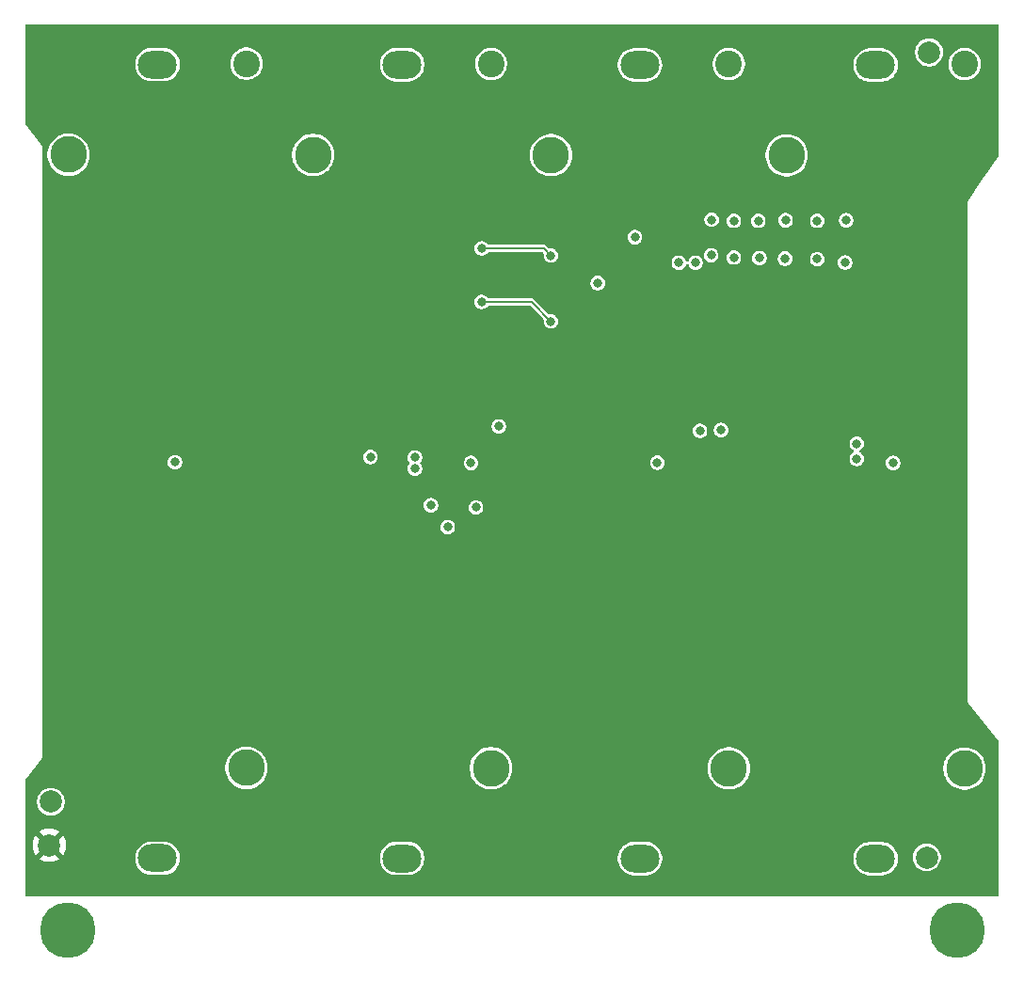
<source format=gbr>
%TF.GenerationSoftware,KiCad,Pcbnew,9.0.3*%
%TF.CreationDate,2025-09-24T18:51:33-07:00*%
%TF.ProjectId,battery_pack_v2,62617474-6572-4795-9f70-61636b5f7632,rev?*%
%TF.SameCoordinates,Original*%
%TF.FileFunction,Copper,L2,Inr*%
%TF.FilePolarity,Positive*%
%FSLAX46Y46*%
G04 Gerber Fmt 4.6, Leading zero omitted, Abs format (unit mm)*
G04 Created by KiCad (PCBNEW 9.0.3) date 2025-09-24 18:51:33*
%MOMM*%
%LPD*%
G01*
G04 APERTURE LIST*
%TA.AperFunction,ComponentPad*%
%ADD10C,5.000000*%
%TD*%
%TA.AperFunction,ComponentPad*%
%ADD11C,3.300000*%
%TD*%
%TA.AperFunction,ComponentPad*%
%ADD12C,2.400000*%
%TD*%
%TA.AperFunction,ComponentPad*%
%ADD13O,3.500000X2.500000*%
%TD*%
%TA.AperFunction,ComponentPad*%
%ADD14C,2.000000*%
%TD*%
%TA.AperFunction,ViaPad*%
%ADD15C,0.800000*%
%TD*%
%TA.AperFunction,Conductor*%
%ADD16C,0.152400*%
%TD*%
G04 APERTURE END LIST*
D10*
%TO.N,Chassis Ground*%
%TO.C,*%
X194500000Y-131530000D03*
%TD*%
D11*
%TO.N,*%
%TO.C,BT3*%
X130600000Y-116950000D03*
X114600000Y-61750000D03*
D12*
X130600000Y-53550000D03*
D13*
%TO.N,BM*%
X122600000Y-53630000D03*
%TO.N,B-*%
X122600000Y-125070000D03*
%TD*%
D14*
%TO.N,B-*%
%TO.C,TP2*%
X113000000Y-120000000D03*
%TD*%
%TO.N,PACK+*%
%TO.C,TP5*%
X192000000Y-52550000D03*
%TD*%
D11*
%TO.N,*%
%TO.C,BT1*%
X152600000Y-116970000D03*
X136600000Y-61770000D03*
D12*
X152600000Y-53570000D03*
D13*
%TO.N,BM*%
X144600000Y-53650000D03*
%TO.N,B-*%
X144600000Y-125090000D03*
%TD*%
D11*
%TO.N,*%
%TO.C,BT2*%
X174000000Y-116990000D03*
X158000000Y-61790000D03*
D12*
X174000000Y-53590000D03*
D13*
%TO.N,PACK+*%
X166000000Y-53670000D03*
%TO.N,BM*%
X166000000Y-125110000D03*
%TD*%
D10*
%TO.N,Chassis Ground*%
%TO.C,*%
X114500000Y-131530000D03*
%TD*%
D14*
%TO.N,PACK-*%
%TO.C,TP4*%
X112860000Y-123900000D03*
%TD*%
%TO.N,BM*%
%TO.C,TP3*%
X191800000Y-125000000D03*
%TD*%
D11*
%TO.N,*%
%TO.C,BT4*%
X195200000Y-117000000D03*
X179200000Y-61800000D03*
D12*
X195200000Y-53600000D03*
D13*
%TO.N,PACK+*%
X187200000Y-53680000D03*
%TO.N,BM*%
X187200000Y-125120000D03*
%TD*%
D15*
%TO.N,/VDD*%
X147190097Y-93301507D03*
X148705560Y-95268460D03*
%TO.N,PACK-*%
X121900000Y-58800000D03*
X182700000Y-108700000D03*
X139800000Y-51400000D03*
X163700000Y-77600000D03*
X169300000Y-64000000D03*
X144500000Y-99600000D03*
X158000000Y-80700000D03*
X158200000Y-78200000D03*
X169900000Y-75850000D03*
X165250000Y-90500000D03*
X179000000Y-121700000D03*
X144500000Y-100700000D03*
X146000000Y-61000000D03*
X129800000Y-111500000D03*
X183000000Y-128000000D03*
X163700000Y-75200000D03*
X163700000Y-80200000D03*
X147800000Y-118000000D03*
X148400000Y-107900000D03*
X161300000Y-96400000D03*
X168300000Y-83100000D03*
X137000000Y-115500000D03*
X153600000Y-68000000D03*
X118300000Y-116900000D03*
X126700000Y-63900000D03*
X141800000Y-118900000D03*
X165500000Y-63400000D03*
X157775506Y-84775506D03*
X175132930Y-122786059D03*
X143000000Y-90750000D03*
X123750000Y-90750000D03*
X158700000Y-99000000D03*
X189100000Y-79400000D03*
X159925506Y-82625506D03*
X153200000Y-100100000D03*
X169900000Y-77650000D03*
X150200000Y-100000000D03*
X190900000Y-108600000D03*
X130100000Y-58800000D03*
X121400000Y-63700000D03*
X151070035Y-56949400D03*
X140200000Y-55800000D03*
X160800000Y-115900000D03*
X131300000Y-123000000D03*
X154400000Y-94250000D03*
X170150000Y-79650000D03*
X136000000Y-123000000D03*
X135350000Y-56400000D03*
X152500000Y-79000000D03*
X154600000Y-59800000D03*
X175000000Y-127200000D03*
X159200000Y-120700000D03*
X153300000Y-98200000D03*
X144500000Y-118000000D03*
X153800000Y-78300000D03*
X120700000Y-109400000D03*
X147900000Y-99400000D03*
X160100000Y-97800000D03*
X169950000Y-74300000D03*
X129650000Y-51300000D03*
X120200000Y-123300000D03*
X158100000Y-69300000D03*
X127300000Y-115600000D03*
X133300000Y-51300000D03*
X153600000Y-80400000D03*
X144500000Y-98600000D03*
X150000000Y-65000000D03*
X187400000Y-77750000D03*
X170200000Y-81500000D03*
X144500000Y-96700000D03*
X186250000Y-90500000D03*
X144500000Y-97700000D03*
X163800000Y-73400000D03*
X191150000Y-77750000D03*
X158475506Y-84075506D03*
X159125506Y-83425506D03*
X158200000Y-74500000D03*
X144600000Y-115200000D03*
X140000000Y-124000000D03*
X163700000Y-81700000D03*
%TO.N,BM*%
X151250000Y-93500000D03*
%TO.N,PACK+*%
X172400000Y-70800000D03*
X184550000Y-67650000D03*
X181950000Y-67700000D03*
X181950000Y-71150000D03*
X174450000Y-67700000D03*
X179100000Y-67650000D03*
X172450000Y-67600000D03*
X179050000Y-71100000D03*
X176650000Y-67700000D03*
X176750000Y-71050000D03*
X174450000Y-71000000D03*
X184450000Y-71450000D03*
%TO.N,Net-(Q1-G)*%
X150800000Y-89500000D03*
X153300000Y-86200000D03*
%TO.N,/SDA_IN*%
X165550000Y-69173800D03*
X162200000Y-73300000D03*
%TO.N,+3V3*%
X145750000Y-90000003D03*
X169500000Y-71469670D03*
X171400000Y-86600000D03*
X124165461Y-89429961D03*
X173300000Y-86535565D03*
X188770981Y-89489804D03*
X167565877Y-89470688D03*
X171000000Y-71469670D03*
%TO.N,/SCL*%
X158000000Y-70823800D03*
X185500000Y-89124000D03*
X185500000Y-87750000D03*
X151763683Y-70176000D03*
%TO.N,/SDA*%
X145750000Y-89000000D03*
X151750000Y-75000000D03*
X158000000Y-76750000D03*
X141750000Y-88962447D03*
%TD*%
D16*
%TO.N,/SCL*%
X151763683Y-70176000D02*
X157352200Y-70176000D01*
X157352200Y-70176000D02*
X158000000Y-70823800D01*
%TO.N,/SDA*%
X151750000Y-75000000D02*
X156250000Y-75000000D01*
X156250000Y-75000000D02*
X158000000Y-76750000D01*
%TD*%
%TA.AperFunction,Conductor*%
%TO.N,PACK-*%
G36*
X198241621Y-50020002D02*
G01*
X198288114Y-50073658D01*
X198299500Y-50126000D01*
X198299500Y-61837863D01*
X198279498Y-61905984D01*
X198275284Y-61912133D01*
X196868071Y-63840650D01*
X196868070Y-63840651D01*
X196858239Y-63854122D01*
X196853627Y-63857291D01*
X196834867Y-63886150D01*
X196832846Y-63888921D01*
X196832841Y-63888930D01*
X196814524Y-63914034D01*
X196812784Y-63917788D01*
X196804116Y-63933459D01*
X195550557Y-65862011D01*
X195550558Y-65862012D01*
X195543355Y-65873094D01*
X195530024Y-65886426D01*
X195521827Y-65906213D01*
X195515505Y-65915940D01*
X195515505Y-65915941D01*
X195510157Y-65924169D01*
X195510156Y-65924171D01*
X195509127Y-65929711D01*
X195501660Y-65954902D01*
X195499500Y-65960115D01*
X195499500Y-65969929D01*
X195497380Y-65992943D01*
X195495587Y-66002589D01*
X195495587Y-66002591D01*
X195496756Y-66008097D01*
X195499500Y-66034248D01*
X195499500Y-110988893D01*
X195496322Y-111017497D01*
X195499500Y-111028464D01*
X195499500Y-111039882D01*
X195510512Y-111066469D01*
X195518522Y-111094109D01*
X195525651Y-111103021D01*
X195530022Y-111113572D01*
X195530023Y-111113573D01*
X195530024Y-111113574D01*
X195545443Y-111128993D01*
X195554730Y-111139369D01*
X198271889Y-114535817D01*
X198298825Y-114601506D01*
X198299500Y-114614529D01*
X198299500Y-128374000D01*
X198279498Y-128442121D01*
X198225842Y-128488614D01*
X198173500Y-128500000D01*
X110826500Y-128500000D01*
X110758379Y-128479998D01*
X110711886Y-128426342D01*
X110700500Y-128374000D01*
X110700500Y-123781321D01*
X111352000Y-123781321D01*
X111352000Y-124018678D01*
X111389133Y-124253129D01*
X111462480Y-124478867D01*
X111570246Y-124690368D01*
X111629230Y-124771556D01*
X111629232Y-124771556D01*
X112375841Y-124024946D01*
X112394075Y-124092993D01*
X112459901Y-124207007D01*
X112552993Y-124300099D01*
X112667007Y-124365925D01*
X112735051Y-124384157D01*
X111988442Y-125130766D01*
X112069636Y-125189756D01*
X112069637Y-125189757D01*
X112281132Y-125297519D01*
X112506870Y-125370866D01*
X112741321Y-125408000D01*
X112978679Y-125408000D01*
X113213129Y-125370866D01*
X113438867Y-125297519D01*
X113650367Y-125189754D01*
X113731556Y-125130767D01*
X113731556Y-125130765D01*
X113552384Y-124951593D01*
X120595500Y-124951593D01*
X120595500Y-125188407D01*
X120632546Y-125422305D01*
X120632547Y-125422310D01*
X120705723Y-125647522D01*
X120705725Y-125647527D01*
X120813236Y-125858530D01*
X120813238Y-125858533D01*
X120952433Y-126050118D01*
X121119881Y-126217566D01*
X121170716Y-126254500D01*
X121311470Y-126356764D01*
X121522473Y-126464275D01*
X121747695Y-126537454D01*
X121981593Y-126574500D01*
X121981596Y-126574500D01*
X123218404Y-126574500D01*
X123218407Y-126574500D01*
X123452305Y-126537454D01*
X123677527Y-126464275D01*
X123888530Y-126356764D01*
X124080116Y-126217568D01*
X124247568Y-126050116D01*
X124386764Y-125858530D01*
X124494275Y-125647527D01*
X124567454Y-125422305D01*
X124604500Y-125188407D01*
X124604500Y-124971593D01*
X142595500Y-124971593D01*
X142595500Y-125208407D01*
X142629379Y-125422310D01*
X142632547Y-125442310D01*
X142699227Y-125647528D01*
X142705725Y-125667527D01*
X142813236Y-125878530D01*
X142813238Y-125878533D01*
X142952433Y-126070118D01*
X143119881Y-126237566D01*
X143161175Y-126267568D01*
X143311470Y-126376764D01*
X143522473Y-126484275D01*
X143747695Y-126557454D01*
X143981593Y-126594500D01*
X143981596Y-126594500D01*
X145218404Y-126594500D01*
X145218407Y-126594500D01*
X145452305Y-126557454D01*
X145677527Y-126484275D01*
X145888530Y-126376764D01*
X146080116Y-126237568D01*
X146247568Y-126070116D01*
X146386764Y-125878530D01*
X146494275Y-125667527D01*
X146567454Y-125442305D01*
X146604500Y-125208407D01*
X146604500Y-124991593D01*
X163995500Y-124991593D01*
X163995500Y-125228407D01*
X164029379Y-125442310D01*
X164032547Y-125462310D01*
X164099227Y-125667528D01*
X164105725Y-125687527D01*
X164213236Y-125898530D01*
X164213238Y-125898533D01*
X164352433Y-126090118D01*
X164519881Y-126257566D01*
X164519884Y-126257568D01*
X164711470Y-126396764D01*
X164922473Y-126504275D01*
X165147695Y-126577454D01*
X165381593Y-126614500D01*
X165381596Y-126614500D01*
X166618404Y-126614500D01*
X166618407Y-126614500D01*
X166852305Y-126577454D01*
X167077527Y-126504275D01*
X167288530Y-126396764D01*
X167480116Y-126257568D01*
X167647568Y-126090116D01*
X167786764Y-125898530D01*
X167894275Y-125687527D01*
X167967454Y-125462305D01*
X168004500Y-125228407D01*
X168004500Y-125001593D01*
X185195500Y-125001593D01*
X185195500Y-125238407D01*
X185227795Y-125442310D01*
X185232547Y-125472310D01*
X185302476Y-125687528D01*
X185305725Y-125697527D01*
X185413236Y-125908530D01*
X185413238Y-125908533D01*
X185552433Y-126100118D01*
X185719881Y-126267566D01*
X185719884Y-126267568D01*
X185911470Y-126406764D01*
X186122473Y-126514275D01*
X186347695Y-126587454D01*
X186581593Y-126624500D01*
X186581596Y-126624500D01*
X187818404Y-126624500D01*
X187818407Y-126624500D01*
X188052305Y-126587454D01*
X188277527Y-126514275D01*
X188488530Y-126406764D01*
X188680116Y-126267568D01*
X188847568Y-126100116D01*
X188986764Y-125908530D01*
X189094275Y-125697527D01*
X189167454Y-125472305D01*
X189204500Y-125238407D01*
X189204500Y-125001593D01*
X189188610Y-124901269D01*
X190545500Y-124901269D01*
X190545500Y-125098731D01*
X190576390Y-125293763D01*
X190576391Y-125293768D01*
X190634403Y-125472310D01*
X190637409Y-125481561D01*
X190727056Y-125657501D01*
X190727058Y-125657504D01*
X190734340Y-125667527D01*
X190843121Y-125817252D01*
X190843123Y-125817254D01*
X190843125Y-125817257D01*
X190982742Y-125956874D01*
X190982745Y-125956876D01*
X190982748Y-125956879D01*
X191142499Y-126072944D01*
X191318439Y-126162591D01*
X191506237Y-126223610D01*
X191701269Y-126254500D01*
X191701272Y-126254500D01*
X191898728Y-126254500D01*
X191898731Y-126254500D01*
X192093763Y-126223610D01*
X192281561Y-126162591D01*
X192457501Y-126072944D01*
X192617252Y-125956879D01*
X192756879Y-125817252D01*
X192872944Y-125657501D01*
X192962591Y-125481561D01*
X193023610Y-125293763D01*
X193054500Y-125098731D01*
X193054500Y-124901269D01*
X193023610Y-124706237D01*
X192962591Y-124518439D01*
X192872944Y-124342499D01*
X192756879Y-124182748D01*
X192756876Y-124182745D01*
X192756874Y-124182742D01*
X192617257Y-124043125D01*
X192617254Y-124043123D01*
X192617252Y-124043121D01*
X192478666Y-123942433D01*
X192457504Y-123927058D01*
X192457503Y-123927057D01*
X192457501Y-123927056D01*
X192281561Y-123837409D01*
X192281558Y-123837408D01*
X192281556Y-123837407D01*
X192093768Y-123776391D01*
X192093764Y-123776390D01*
X192093763Y-123776390D01*
X191898731Y-123745500D01*
X191701269Y-123745500D01*
X191506237Y-123776390D01*
X191506231Y-123776391D01*
X191318443Y-123837407D01*
X191318437Y-123837410D01*
X191142495Y-123927058D01*
X190982745Y-124043123D01*
X190982742Y-124043125D01*
X190843125Y-124182742D01*
X190843123Y-124182745D01*
X190727058Y-124342495D01*
X190637410Y-124518437D01*
X190637407Y-124518443D01*
X190576391Y-124706231D01*
X190576390Y-124706236D01*
X190576390Y-124706237D01*
X190545500Y-124901269D01*
X189188610Y-124901269D01*
X189167454Y-124767695D01*
X189094275Y-124542473D01*
X188986764Y-124331470D01*
X188878711Y-124182748D01*
X188847566Y-124139881D01*
X188680118Y-123972433D01*
X188488533Y-123833238D01*
X188488532Y-123833237D01*
X188488530Y-123833236D01*
X188277527Y-123725725D01*
X188277524Y-123725724D01*
X188277522Y-123725723D01*
X188052310Y-123652547D01*
X188052306Y-123652546D01*
X188052305Y-123652546D01*
X187818407Y-123615500D01*
X186581593Y-123615500D01*
X186347695Y-123652546D01*
X186347689Y-123652547D01*
X186122477Y-123725723D01*
X186122471Y-123725726D01*
X185911466Y-123833238D01*
X185719881Y-123972433D01*
X185552433Y-124139881D01*
X185413238Y-124331466D01*
X185305726Y-124542471D01*
X185305723Y-124542477D01*
X185232547Y-124767689D01*
X185232546Y-124767694D01*
X185232546Y-124767695D01*
X185195500Y-125001593D01*
X168004500Y-125001593D01*
X168004500Y-124991593D01*
X167967454Y-124757695D01*
X167894275Y-124532473D01*
X167786764Y-124321470D01*
X167685972Y-124182742D01*
X167647566Y-124129881D01*
X167480118Y-123962433D01*
X167288533Y-123823238D01*
X167288532Y-123823237D01*
X167288530Y-123823236D01*
X167077527Y-123715725D01*
X167077524Y-123715724D01*
X167077522Y-123715723D01*
X166852310Y-123642547D01*
X166852306Y-123642546D01*
X166852305Y-123642546D01*
X166618407Y-123605500D01*
X165381593Y-123605500D01*
X165147695Y-123642546D01*
X165147689Y-123642547D01*
X164922477Y-123715723D01*
X164922471Y-123715726D01*
X164711466Y-123823238D01*
X164519881Y-123962433D01*
X164352433Y-124129881D01*
X164213238Y-124321466D01*
X164105726Y-124532471D01*
X164105723Y-124532477D01*
X164032547Y-124757689D01*
X164032546Y-124757694D01*
X164032546Y-124757695D01*
X163995500Y-124991593D01*
X146604500Y-124991593D01*
X146604500Y-124971593D01*
X146567454Y-124737695D01*
X146494275Y-124512473D01*
X146386764Y-124301470D01*
X146300503Y-124182742D01*
X146247566Y-124109881D01*
X146080118Y-123942433D01*
X145888533Y-123803238D01*
X145888532Y-123803237D01*
X145888530Y-123803236D01*
X145677527Y-123695725D01*
X145677524Y-123695724D01*
X145677522Y-123695723D01*
X145452310Y-123622547D01*
X145452306Y-123622546D01*
X145452305Y-123622546D01*
X145218407Y-123585500D01*
X143981593Y-123585500D01*
X143747695Y-123622546D01*
X143747689Y-123622547D01*
X143522477Y-123695723D01*
X143522471Y-123695726D01*
X143311466Y-123803238D01*
X143119881Y-123942433D01*
X142952433Y-124109881D01*
X142813238Y-124301466D01*
X142705726Y-124512471D01*
X142705723Y-124512477D01*
X142632547Y-124737689D01*
X142632546Y-124737694D01*
X142632546Y-124737695D01*
X142595500Y-124971593D01*
X124604500Y-124971593D01*
X124604500Y-124951593D01*
X124567454Y-124717695D01*
X124494275Y-124492473D01*
X124386764Y-124281470D01*
X124247568Y-124089884D01*
X124247566Y-124089881D01*
X124080118Y-123922433D01*
X123888533Y-123783238D01*
X123888532Y-123783237D01*
X123888530Y-123783236D01*
X123677527Y-123675725D01*
X123677524Y-123675724D01*
X123677522Y-123675723D01*
X123452310Y-123602547D01*
X123452306Y-123602546D01*
X123452305Y-123602546D01*
X123218407Y-123565500D01*
X121981593Y-123565500D01*
X121747695Y-123602546D01*
X121747689Y-123602547D01*
X121522477Y-123675723D01*
X121522471Y-123675726D01*
X121311466Y-123783238D01*
X121119881Y-123922433D01*
X120952433Y-124089881D01*
X120813238Y-124281466D01*
X120705726Y-124492471D01*
X120705723Y-124492477D01*
X120632547Y-124717689D01*
X120632546Y-124717694D01*
X120632546Y-124717695D01*
X120595500Y-124951593D01*
X113552384Y-124951593D01*
X112984948Y-124384157D01*
X113052993Y-124365925D01*
X113167007Y-124300099D01*
X113260099Y-124207007D01*
X113325925Y-124092993D01*
X113344157Y-124024948D01*
X114090765Y-124771556D01*
X114090767Y-124771556D01*
X114149754Y-124690367D01*
X114257519Y-124478867D01*
X114330866Y-124253129D01*
X114368000Y-124018678D01*
X114368000Y-123781321D01*
X114330866Y-123546870D01*
X114257519Y-123321132D01*
X114149757Y-123109637D01*
X114149756Y-123109636D01*
X114090766Y-123028442D01*
X113344157Y-123775051D01*
X113325925Y-123707007D01*
X113260099Y-123592993D01*
X113167007Y-123499901D01*
X113052993Y-123434075D01*
X112984946Y-123415841D01*
X113731556Y-122669232D01*
X113731556Y-122669230D01*
X113650368Y-122610246D01*
X113438867Y-122502480D01*
X113213129Y-122429133D01*
X112978679Y-122392000D01*
X112741321Y-122392000D01*
X112506870Y-122429133D01*
X112281132Y-122502480D01*
X112069634Y-122610243D01*
X111988442Y-122669231D01*
X112735052Y-123415841D01*
X112667007Y-123434075D01*
X112552993Y-123499901D01*
X112459901Y-123592993D01*
X112394075Y-123707007D01*
X112375841Y-123775052D01*
X111629231Y-123028442D01*
X111570243Y-123109634D01*
X111462480Y-123321132D01*
X111389133Y-123546870D01*
X111352000Y-123781321D01*
X110700500Y-123781321D01*
X110700500Y-119901269D01*
X111745500Y-119901269D01*
X111745500Y-120098731D01*
X111776390Y-120293763D01*
X111776391Y-120293768D01*
X111837407Y-120481556D01*
X111837409Y-120481561D01*
X111927056Y-120657501D01*
X112043121Y-120817252D01*
X112043123Y-120817254D01*
X112043125Y-120817257D01*
X112182742Y-120956874D01*
X112182745Y-120956876D01*
X112182748Y-120956879D01*
X112342499Y-121072944D01*
X112518439Y-121162591D01*
X112706237Y-121223610D01*
X112901269Y-121254500D01*
X112901272Y-121254500D01*
X113098728Y-121254500D01*
X113098731Y-121254500D01*
X113293763Y-121223610D01*
X113481561Y-121162591D01*
X113657501Y-121072944D01*
X113817252Y-120956879D01*
X113956879Y-120817252D01*
X114072944Y-120657501D01*
X114162591Y-120481561D01*
X114223610Y-120293763D01*
X114254500Y-120098731D01*
X114254500Y-119901269D01*
X114223610Y-119706237D01*
X114162591Y-119518439D01*
X114072944Y-119342499D01*
X113956879Y-119182748D01*
X113956876Y-119182745D01*
X113956874Y-119182742D01*
X113817257Y-119043125D01*
X113817254Y-119043123D01*
X113817252Y-119043121D01*
X113657501Y-118927056D01*
X113481561Y-118837409D01*
X113481558Y-118837408D01*
X113481556Y-118837407D01*
X113293768Y-118776391D01*
X113293764Y-118776390D01*
X113293763Y-118776390D01*
X113098731Y-118745500D01*
X112901269Y-118745500D01*
X112706237Y-118776390D01*
X112706231Y-118776391D01*
X112518443Y-118837407D01*
X112518437Y-118837410D01*
X112342495Y-118927058D01*
X112182745Y-119043123D01*
X112182742Y-119043125D01*
X112043125Y-119182742D01*
X112043123Y-119182745D01*
X111927058Y-119342495D01*
X111837410Y-119518437D01*
X111837407Y-119518443D01*
X111776391Y-119706231D01*
X111776390Y-119706236D01*
X111776390Y-119706237D01*
X111745500Y-119901269D01*
X110700500Y-119901269D01*
X110700500Y-118108832D01*
X110720502Y-118040711D01*
X110725690Y-118033245D01*
X111631746Y-116825170D01*
X128695500Y-116825170D01*
X128695500Y-117074829D01*
X128728085Y-117322339D01*
X128728086Y-117322345D01*
X128728087Y-117322347D01*
X128792702Y-117563495D01*
X128888241Y-117794146D01*
X128888242Y-117794147D01*
X128888247Y-117794157D01*
X129013071Y-118010359D01*
X129165044Y-118208412D01*
X129165063Y-118208433D01*
X129341566Y-118384936D01*
X129341576Y-118384945D01*
X129341582Y-118384951D01*
X129341585Y-118384953D01*
X129341587Y-118384955D01*
X129539640Y-118536928D01*
X129626243Y-118586928D01*
X129755854Y-118661759D01*
X129986505Y-118757298D01*
X130227653Y-118821913D01*
X130227659Y-118821913D01*
X130227660Y-118821914D01*
X130256059Y-118825652D01*
X130475173Y-118854500D01*
X130475180Y-118854500D01*
X130724820Y-118854500D01*
X130724827Y-118854500D01*
X130972347Y-118821913D01*
X131213495Y-118757298D01*
X131444146Y-118661759D01*
X131660354Y-118536931D01*
X131660354Y-118536930D01*
X131660359Y-118536928D01*
X131775379Y-118448668D01*
X131858418Y-118384951D01*
X132034951Y-118208418D01*
X132111366Y-118108832D01*
X132186928Y-118010359D01*
X132186931Y-118010354D01*
X132311759Y-117794146D01*
X132407298Y-117563495D01*
X132471913Y-117322347D01*
X132504500Y-117074827D01*
X132504500Y-116845170D01*
X150695500Y-116845170D01*
X150695500Y-117094829D01*
X150728085Y-117342339D01*
X150728086Y-117342345D01*
X150728087Y-117342347D01*
X150792702Y-117583495D01*
X150888241Y-117814146D01*
X150888242Y-117814147D01*
X150888247Y-117814157D01*
X151013071Y-118030359D01*
X151165044Y-118228412D01*
X151165063Y-118228433D01*
X151341566Y-118404936D01*
X151341576Y-118404945D01*
X151341582Y-118404951D01*
X151341585Y-118404953D01*
X151341587Y-118404955D01*
X151539640Y-118556928D01*
X151591602Y-118586928D01*
X151755854Y-118681759D01*
X151986505Y-118777298D01*
X152227653Y-118841913D01*
X152227659Y-118841913D01*
X152227660Y-118841914D01*
X152256059Y-118845652D01*
X152475173Y-118874500D01*
X152475180Y-118874500D01*
X152724820Y-118874500D01*
X152724827Y-118874500D01*
X152972347Y-118841913D01*
X153213495Y-118777298D01*
X153444146Y-118681759D01*
X153660354Y-118556931D01*
X153660354Y-118556930D01*
X153660359Y-118556928D01*
X153819321Y-118434951D01*
X153858418Y-118404951D01*
X154034951Y-118228418D01*
X154158940Y-118066833D01*
X154186928Y-118030359D01*
X154198478Y-118010354D01*
X154311759Y-117814146D01*
X154407298Y-117583495D01*
X154471913Y-117342347D01*
X154504500Y-117094827D01*
X154504500Y-116865170D01*
X172095500Y-116865170D01*
X172095500Y-117114829D01*
X172128085Y-117362339D01*
X172128086Y-117362345D01*
X172128087Y-117362347D01*
X172192702Y-117603495D01*
X172288241Y-117834146D01*
X172288242Y-117834147D01*
X172288247Y-117834157D01*
X172413071Y-118050359D01*
X172565044Y-118248412D01*
X172565063Y-118248433D01*
X172741566Y-118424936D01*
X172741576Y-118424945D01*
X172741582Y-118424951D01*
X172741585Y-118424953D01*
X172741587Y-118424955D01*
X172939640Y-118576928D01*
X173086572Y-118661759D01*
X173155854Y-118701759D01*
X173386505Y-118797298D01*
X173627653Y-118861913D01*
X173627659Y-118861913D01*
X173627660Y-118861914D01*
X173656059Y-118865652D01*
X173875173Y-118894500D01*
X173875180Y-118894500D01*
X174124820Y-118894500D01*
X174124827Y-118894500D01*
X174372347Y-118861913D01*
X174613495Y-118797298D01*
X174844146Y-118701759D01*
X175060354Y-118576931D01*
X175060354Y-118576930D01*
X175060359Y-118576928D01*
X175175379Y-118488668D01*
X175258418Y-118424951D01*
X175434951Y-118248418D01*
X175498668Y-118165379D01*
X175586928Y-118050359D01*
X175610025Y-118010354D01*
X175711759Y-117834146D01*
X175807298Y-117603495D01*
X175871913Y-117362347D01*
X175904500Y-117114827D01*
X175904500Y-116875170D01*
X193295500Y-116875170D01*
X193295500Y-117124829D01*
X193328085Y-117372339D01*
X193328086Y-117372345D01*
X193328087Y-117372347D01*
X193392702Y-117613495D01*
X193488241Y-117844146D01*
X193488242Y-117844147D01*
X193488247Y-117844157D01*
X193613071Y-118060359D01*
X193765044Y-118258412D01*
X193765063Y-118258433D01*
X193941566Y-118434936D01*
X193941576Y-118434945D01*
X193941582Y-118434951D01*
X193941585Y-118434953D01*
X193941587Y-118434955D01*
X194139640Y-118586928D01*
X194326881Y-118695031D01*
X194355854Y-118711759D01*
X194586505Y-118807298D01*
X194827653Y-118871913D01*
X194827659Y-118871913D01*
X194827660Y-118871914D01*
X194847295Y-118874499D01*
X195075173Y-118904500D01*
X195075180Y-118904500D01*
X195324820Y-118904500D01*
X195324827Y-118904500D01*
X195572347Y-118871913D01*
X195813495Y-118807298D01*
X196044146Y-118711759D01*
X196260354Y-118586931D01*
X196260354Y-118586930D01*
X196260359Y-118586928D01*
X196375379Y-118498668D01*
X196458418Y-118434951D01*
X196634951Y-118258418D01*
X196698668Y-118175379D01*
X196786928Y-118060359D01*
X196786931Y-118060354D01*
X196911759Y-117844146D01*
X197007298Y-117613495D01*
X197071913Y-117372347D01*
X197104500Y-117124827D01*
X197104500Y-116875173D01*
X197071913Y-116627653D01*
X197007298Y-116386505D01*
X196911759Y-116155854D01*
X196882890Y-116105852D01*
X196786928Y-115939640D01*
X196634955Y-115741587D01*
X196634953Y-115741585D01*
X196634951Y-115741582D01*
X196634945Y-115741576D01*
X196634936Y-115741566D01*
X196458433Y-115565063D01*
X196458412Y-115565044D01*
X196260359Y-115413071D01*
X196044157Y-115288247D01*
X196044152Y-115288244D01*
X196044146Y-115288241D01*
X195813495Y-115192702D01*
X195572347Y-115128087D01*
X195572345Y-115128086D01*
X195572339Y-115128085D01*
X195324829Y-115095500D01*
X195324827Y-115095500D01*
X195075173Y-115095500D01*
X195075170Y-115095500D01*
X194827660Y-115128085D01*
X194698467Y-115162702D01*
X194586505Y-115192702D01*
X194428281Y-115258241D01*
X194355852Y-115288242D01*
X194355842Y-115288247D01*
X194139640Y-115413071D01*
X193941587Y-115565044D01*
X193941566Y-115565063D01*
X193765063Y-115741566D01*
X193765044Y-115741587D01*
X193613071Y-115939640D01*
X193488247Y-116155842D01*
X193488242Y-116155852D01*
X193392702Y-116386505D01*
X193328085Y-116627660D01*
X193295500Y-116875170D01*
X175904500Y-116875170D01*
X175904500Y-116865173D01*
X175875652Y-116646059D01*
X175871914Y-116617660D01*
X175871913Y-116617659D01*
X175871913Y-116617653D01*
X175807298Y-116376505D01*
X175711759Y-116145854D01*
X175592701Y-115939640D01*
X175586928Y-115929640D01*
X175434955Y-115731587D01*
X175434953Y-115731585D01*
X175434951Y-115731582D01*
X175434945Y-115731576D01*
X175434936Y-115731566D01*
X175258433Y-115555063D01*
X175258412Y-115555044D01*
X175060359Y-115403071D01*
X174844157Y-115278247D01*
X174844152Y-115278244D01*
X174844146Y-115278241D01*
X174613495Y-115182702D01*
X174372347Y-115118087D01*
X174372345Y-115118086D01*
X174372339Y-115118085D01*
X174124829Y-115085500D01*
X174124827Y-115085500D01*
X173875173Y-115085500D01*
X173875170Y-115085500D01*
X173627660Y-115118085D01*
X173590332Y-115128087D01*
X173386505Y-115182702D01*
X173252423Y-115238241D01*
X173155852Y-115278242D01*
X173155842Y-115278247D01*
X172939640Y-115403071D01*
X172741587Y-115555044D01*
X172741566Y-115555063D01*
X172565063Y-115731566D01*
X172565044Y-115731587D01*
X172413071Y-115929640D01*
X172288247Y-116145842D01*
X172288242Y-116145852D01*
X172192702Y-116376505D01*
X172128085Y-116617660D01*
X172095500Y-116865170D01*
X154504500Y-116865170D01*
X154504500Y-116845173D01*
X154471913Y-116597653D01*
X154407298Y-116356505D01*
X154311759Y-116125854D01*
X154204248Y-115939640D01*
X154186928Y-115909640D01*
X154034955Y-115711587D01*
X154034953Y-115711585D01*
X154034951Y-115711582D01*
X154034945Y-115711576D01*
X154034936Y-115711566D01*
X153858433Y-115535063D01*
X153858412Y-115535044D01*
X153660359Y-115383071D01*
X153444157Y-115258247D01*
X153444152Y-115258244D01*
X153444146Y-115258241D01*
X153213495Y-115162702D01*
X152972347Y-115098087D01*
X152972345Y-115098086D01*
X152972339Y-115098085D01*
X152724829Y-115065500D01*
X152724827Y-115065500D01*
X152475173Y-115065500D01*
X152475170Y-115065500D01*
X152227660Y-115098085D01*
X151986505Y-115162702D01*
X151755852Y-115258242D01*
X151755842Y-115258247D01*
X151539640Y-115383071D01*
X151341587Y-115535044D01*
X151341566Y-115535063D01*
X151165063Y-115711566D01*
X151165044Y-115711587D01*
X151013071Y-115909640D01*
X150888247Y-116125842D01*
X150888242Y-116125852D01*
X150888241Y-116125854D01*
X150875815Y-116155854D01*
X150792702Y-116356505D01*
X150728085Y-116597660D01*
X150695500Y-116845170D01*
X132504500Y-116845170D01*
X132504500Y-116825173D01*
X132471913Y-116577653D01*
X132407298Y-116336505D01*
X132311759Y-116105854D01*
X132215795Y-115939640D01*
X132186928Y-115889640D01*
X132034955Y-115691587D01*
X132034953Y-115691585D01*
X132034951Y-115691582D01*
X132034945Y-115691576D01*
X132034936Y-115691566D01*
X131858433Y-115515063D01*
X131858412Y-115515044D01*
X131660359Y-115363071D01*
X131444157Y-115238247D01*
X131444152Y-115238244D01*
X131444146Y-115238241D01*
X131213495Y-115142702D01*
X130972347Y-115078087D01*
X130972345Y-115078086D01*
X130972339Y-115078085D01*
X130724829Y-115045500D01*
X130724827Y-115045500D01*
X130475173Y-115045500D01*
X130475170Y-115045500D01*
X130227660Y-115078085D01*
X129986505Y-115142702D01*
X129755852Y-115238242D01*
X129755842Y-115238247D01*
X129539640Y-115363071D01*
X129341587Y-115515044D01*
X129341566Y-115515063D01*
X129165063Y-115691566D01*
X129165044Y-115691587D01*
X129013071Y-115889640D01*
X128888247Y-116105842D01*
X128888242Y-116105852D01*
X128888241Y-116105854D01*
X128867535Y-116155842D01*
X128792702Y-116336505D01*
X128728085Y-116577660D01*
X128695500Y-116825170D01*
X111631746Y-116825170D01*
X112151848Y-116131701D01*
X112169976Y-116113574D01*
X112175566Y-116100077D01*
X112184329Y-116088394D01*
X112188468Y-116072237D01*
X112194112Y-116055302D01*
X112200500Y-116039882D01*
X112200500Y-116025275D01*
X112204125Y-116011126D01*
X112200500Y-115985750D01*
X112200500Y-95203994D01*
X148051060Y-95203994D01*
X148051060Y-95203997D01*
X148051060Y-95332923D01*
X148076212Y-95459371D01*
X148125549Y-95578482D01*
X148173409Y-95650109D01*
X148197176Y-95685679D01*
X148197181Y-95685685D01*
X148288334Y-95776838D01*
X148288340Y-95776843D01*
X148395538Y-95848471D01*
X148514649Y-95897808D01*
X148641097Y-95922960D01*
X148641098Y-95922960D01*
X148770022Y-95922960D01*
X148770023Y-95922960D01*
X148896471Y-95897808D01*
X149015582Y-95848471D01*
X149122780Y-95776843D01*
X149213943Y-95685680D01*
X149285571Y-95578482D01*
X149334908Y-95459371D01*
X149360060Y-95332923D01*
X149360060Y-95203997D01*
X149334908Y-95077549D01*
X149285571Y-94958438D01*
X149213943Y-94851240D01*
X149213938Y-94851234D01*
X149122785Y-94760081D01*
X149122779Y-94760076D01*
X149087209Y-94736309D01*
X149015582Y-94688449D01*
X148896471Y-94639112D01*
X148770025Y-94613960D01*
X148770023Y-94613960D01*
X148641097Y-94613960D01*
X148641094Y-94613960D01*
X148514648Y-94639112D01*
X148514643Y-94639114D01*
X148395538Y-94688449D01*
X148288340Y-94760076D01*
X148288334Y-94760081D01*
X148197181Y-94851234D01*
X148197176Y-94851240D01*
X148125549Y-94958438D01*
X148076214Y-95077543D01*
X148076212Y-95077548D01*
X148051060Y-95203994D01*
X112200500Y-95203994D01*
X112200500Y-93237041D01*
X146535597Y-93237041D01*
X146535597Y-93237044D01*
X146535597Y-93365970D01*
X146560749Y-93492418D01*
X146610086Y-93611529D01*
X146657946Y-93683156D01*
X146681713Y-93718726D01*
X146681718Y-93718732D01*
X146772871Y-93809885D01*
X146772877Y-93809890D01*
X146880075Y-93881518D01*
X146999186Y-93930855D01*
X147125634Y-93956007D01*
X147125635Y-93956007D01*
X147254559Y-93956007D01*
X147254560Y-93956007D01*
X147381008Y-93930855D01*
X147500119Y-93881518D01*
X147607317Y-93809890D01*
X147698480Y-93718727D01*
X147770108Y-93611529D01*
X147819445Y-93492418D01*
X147830760Y-93435534D01*
X150595500Y-93435534D01*
X150595500Y-93435537D01*
X150595500Y-93564463D01*
X150620652Y-93690911D01*
X150669989Y-93810022D01*
X150717761Y-93881517D01*
X150741616Y-93917219D01*
X150741621Y-93917225D01*
X150832774Y-94008378D01*
X150832780Y-94008383D01*
X150939978Y-94080011D01*
X151059089Y-94129348D01*
X151185537Y-94154500D01*
X151185538Y-94154500D01*
X151314462Y-94154500D01*
X151314463Y-94154500D01*
X151440911Y-94129348D01*
X151560022Y-94080011D01*
X151667220Y-94008383D01*
X151758383Y-93917220D01*
X151830011Y-93810022D01*
X151879348Y-93690911D01*
X151904500Y-93564463D01*
X151904500Y-93435537D01*
X151879348Y-93309089D01*
X151830011Y-93189978D01*
X151758383Y-93082780D01*
X151758378Y-93082774D01*
X151667225Y-92991621D01*
X151667219Y-92991616D01*
X151631649Y-92967849D01*
X151560022Y-92919989D01*
X151440911Y-92870652D01*
X151314465Y-92845500D01*
X151314463Y-92845500D01*
X151185537Y-92845500D01*
X151185534Y-92845500D01*
X151059088Y-92870652D01*
X151059083Y-92870654D01*
X150939978Y-92919989D01*
X150832780Y-92991616D01*
X150832774Y-92991621D01*
X150741621Y-93082774D01*
X150741616Y-93082780D01*
X150669989Y-93189978D01*
X150620654Y-93309083D01*
X150620652Y-93309088D01*
X150595500Y-93435534D01*
X147830760Y-93435534D01*
X147844597Y-93365970D01*
X147844597Y-93237044D01*
X147819445Y-93110596D01*
X147770108Y-92991485D01*
X147698480Y-92884287D01*
X147698475Y-92884281D01*
X147607322Y-92793128D01*
X147607316Y-92793123D01*
X147571746Y-92769356D01*
X147500119Y-92721496D01*
X147381008Y-92672159D01*
X147254562Y-92647007D01*
X147254560Y-92647007D01*
X147125634Y-92647007D01*
X147125631Y-92647007D01*
X146999185Y-92672159D01*
X146999180Y-92672161D01*
X146880075Y-92721496D01*
X146772877Y-92793123D01*
X146772871Y-92793128D01*
X146681718Y-92884281D01*
X146681713Y-92884287D01*
X146610086Y-92991485D01*
X146560751Y-93110590D01*
X146560749Y-93110595D01*
X146535597Y-93237041D01*
X112200500Y-93237041D01*
X112200500Y-89365495D01*
X123510961Y-89365495D01*
X123510961Y-89494426D01*
X123524893Y-89564465D01*
X123536113Y-89620872D01*
X123585450Y-89739983D01*
X123625436Y-89799826D01*
X123657077Y-89847180D01*
X123657082Y-89847186D01*
X123748235Y-89938339D01*
X123748241Y-89938344D01*
X123855439Y-90009972D01*
X123974550Y-90059309D01*
X124100998Y-90084461D01*
X124100999Y-90084461D01*
X124229923Y-90084461D01*
X124229924Y-90084461D01*
X124356372Y-90059309D01*
X124475483Y-90009972D01*
X124582681Y-89938344D01*
X124673844Y-89847181D01*
X124745472Y-89739983D01*
X124794809Y-89620872D01*
X124819961Y-89494424D01*
X124819961Y-89365498D01*
X124794809Y-89239050D01*
X124745472Y-89119939D01*
X124673844Y-89012741D01*
X124673839Y-89012735D01*
X124582686Y-88921582D01*
X124582680Y-88921577D01*
X124547366Y-88897981D01*
X141095500Y-88897981D01*
X141095500Y-89026912D01*
X141120652Y-89153358D01*
X141169989Y-89272469D01*
X141217849Y-89344096D01*
X141241616Y-89379666D01*
X141241621Y-89379672D01*
X141332774Y-89470825D01*
X141332780Y-89470830D01*
X141439978Y-89542458D01*
X141559089Y-89591795D01*
X141685537Y-89616947D01*
X141685538Y-89616947D01*
X141814462Y-89616947D01*
X141814463Y-89616947D01*
X141940911Y-89591795D01*
X142060022Y-89542458D01*
X142167220Y-89470830D01*
X142258383Y-89379667D01*
X142330011Y-89272469D01*
X142379348Y-89153358D01*
X142404500Y-89026910D01*
X142404500Y-88935534D01*
X145095500Y-88935534D01*
X145095500Y-88935537D01*
X145095500Y-89064463D01*
X145120652Y-89190911D01*
X145169989Y-89310022D01*
X145198601Y-89352843D01*
X145241618Y-89417223D01*
X145243956Y-89420071D01*
X145244713Y-89421853D01*
X145245056Y-89422367D01*
X145244958Y-89422432D01*
X145271707Y-89485419D01*
X145259723Y-89555397D01*
X145243961Y-89579925D01*
X145241620Y-89582777D01*
X145169989Y-89689981D01*
X145120654Y-89809086D01*
X145120652Y-89809091D01*
X145095500Y-89935537D01*
X145095500Y-90064468D01*
X145111381Y-90144304D01*
X145120652Y-90190914D01*
X145169989Y-90310025D01*
X145217849Y-90381652D01*
X145241616Y-90417222D01*
X145241621Y-90417228D01*
X145332774Y-90508381D01*
X145332780Y-90508386D01*
X145439978Y-90580014D01*
X145559089Y-90629351D01*
X145685537Y-90654503D01*
X145685538Y-90654503D01*
X145814462Y-90654503D01*
X145814463Y-90654503D01*
X145940911Y-90629351D01*
X146060022Y-90580014D01*
X146167220Y-90508386D01*
X146258383Y-90417223D01*
X146330011Y-90310025D01*
X146379348Y-90190914D01*
X146404500Y-90064466D01*
X146404500Y-89935540D01*
X146379348Y-89809092D01*
X146330011Y-89689981D01*
X146258383Y-89582783D01*
X146256044Y-89579933D01*
X146255285Y-89578147D01*
X146254944Y-89577636D01*
X146255040Y-89577571D01*
X146245492Y-89555087D01*
X146231565Y-89531960D01*
X146231828Y-89522913D01*
X146228292Y-89514585D01*
X146232847Y-89487979D01*
X146233635Y-89460993D01*
X146239213Y-89450806D01*
X146240275Y-89444607D01*
X146245564Y-89435534D01*
X150145500Y-89435534D01*
X150145500Y-89564465D01*
X150156720Y-89620872D01*
X150170652Y-89690911D01*
X150219989Y-89810022D01*
X150267849Y-89881649D01*
X150291616Y-89917219D01*
X150291621Y-89917225D01*
X150382774Y-90008378D01*
X150382780Y-90008383D01*
X150489978Y-90080011D01*
X150609089Y-90129348D01*
X150735537Y-90154500D01*
X150735538Y-90154500D01*
X150864462Y-90154500D01*
X150864463Y-90154500D01*
X150990911Y-90129348D01*
X151110022Y-90080011D01*
X151217220Y-90008383D01*
X151308383Y-89917220D01*
X151380011Y-89810022D01*
X151429348Y-89690911D01*
X151454500Y-89564463D01*
X151454500Y-89435537D01*
X151448669Y-89406222D01*
X166911377Y-89406222D01*
X166911377Y-89535153D01*
X166922644Y-89591794D01*
X166936529Y-89661599D01*
X166985866Y-89780710D01*
X167005452Y-89810022D01*
X167057493Y-89887907D01*
X167057498Y-89887913D01*
X167148651Y-89979066D01*
X167148657Y-89979071D01*
X167255855Y-90050699D01*
X167374966Y-90100036D01*
X167501414Y-90125188D01*
X167501415Y-90125188D01*
X167630339Y-90125188D01*
X167630340Y-90125188D01*
X167756788Y-90100036D01*
X167875899Y-90050699D01*
X167983097Y-89979071D01*
X168074260Y-89887908D01*
X168145888Y-89780710D01*
X168195225Y-89661599D01*
X168220377Y-89535151D01*
X168220377Y-89406225D01*
X168195225Y-89279777D01*
X168145888Y-89160666D01*
X168074260Y-89053468D01*
X168074255Y-89053462D01*
X167983102Y-88962309D01*
X167983096Y-88962304D01*
X167943032Y-88935534D01*
X167875899Y-88890677D01*
X167756788Y-88841340D01*
X167726443Y-88835304D01*
X167630342Y-88816188D01*
X167630340Y-88816188D01*
X167501414Y-88816188D01*
X167501411Y-88816188D01*
X167374965Y-88841340D01*
X167374960Y-88841342D01*
X167255855Y-88890677D01*
X167148657Y-88962304D01*
X167148651Y-88962309D01*
X167057498Y-89053462D01*
X167057493Y-89053468D01*
X166985866Y-89160666D01*
X166936531Y-89279771D01*
X166936529Y-89279776D01*
X166911377Y-89406222D01*
X151448669Y-89406222D01*
X151429348Y-89309089D01*
X151380011Y-89189978D01*
X151308383Y-89082780D01*
X151308378Y-89082774D01*
X151217225Y-88991621D01*
X151217219Y-88991616D01*
X151173350Y-88962304D01*
X151110022Y-88919989D01*
X150990911Y-88870652D01*
X150864465Y-88845500D01*
X150864463Y-88845500D01*
X150735537Y-88845500D01*
X150735534Y-88845500D01*
X150609088Y-88870652D01*
X150609083Y-88870654D01*
X150489978Y-88919989D01*
X150382780Y-88991616D01*
X150382774Y-88991621D01*
X150291621Y-89082774D01*
X150291616Y-89082780D01*
X150219989Y-89189978D01*
X150170654Y-89309083D01*
X150170652Y-89309088D01*
X150145500Y-89435534D01*
X146245564Y-89435534D01*
X146249478Y-89428819D01*
X146255327Y-89420275D01*
X146258383Y-89417220D01*
X146330011Y-89310022D01*
X146379348Y-89190911D01*
X146404500Y-89064463D01*
X146404500Y-88935537D01*
X146379348Y-88809089D01*
X146330011Y-88689978D01*
X146258383Y-88582780D01*
X146258378Y-88582774D01*
X146167225Y-88491621D01*
X146167219Y-88491616D01*
X146111017Y-88454063D01*
X146060022Y-88419989D01*
X145940911Y-88370652D01*
X145814465Y-88345500D01*
X145814463Y-88345500D01*
X145685537Y-88345500D01*
X145685534Y-88345500D01*
X145559088Y-88370652D01*
X145559083Y-88370654D01*
X145439978Y-88419989D01*
X145332780Y-88491616D01*
X145332774Y-88491621D01*
X145241621Y-88582774D01*
X145241616Y-88582780D01*
X145169989Y-88689978D01*
X145120654Y-88809083D01*
X145120652Y-88809088D01*
X145095500Y-88935534D01*
X142404500Y-88935534D01*
X142404500Y-88897984D01*
X142379348Y-88771536D01*
X142330011Y-88652425D01*
X142258383Y-88545227D01*
X142258378Y-88545221D01*
X142167225Y-88454068D01*
X142167219Y-88454063D01*
X142131649Y-88430296D01*
X142060022Y-88382436D01*
X141940911Y-88333099D01*
X141925387Y-88330011D01*
X141814465Y-88307947D01*
X141814463Y-88307947D01*
X141685537Y-88307947D01*
X141685534Y-88307947D01*
X141559088Y-88333099D01*
X141559083Y-88333101D01*
X141439978Y-88382436D01*
X141332780Y-88454063D01*
X141332774Y-88454068D01*
X141241621Y-88545221D01*
X141241616Y-88545227D01*
X141169989Y-88652425D01*
X141120654Y-88771530D01*
X141120652Y-88771535D01*
X141095500Y-88897981D01*
X124547366Y-88897981D01*
X124506465Y-88870652D01*
X124475483Y-88849950D01*
X124356372Y-88800613D01*
X124229926Y-88775461D01*
X124229924Y-88775461D01*
X124100998Y-88775461D01*
X124100995Y-88775461D01*
X123974549Y-88800613D01*
X123974544Y-88800615D01*
X123855439Y-88849950D01*
X123748241Y-88921577D01*
X123748235Y-88921582D01*
X123657082Y-89012735D01*
X123657077Y-89012741D01*
X123585450Y-89119939D01*
X123536115Y-89239044D01*
X123536113Y-89239049D01*
X123510961Y-89365495D01*
X112200500Y-89365495D01*
X112200500Y-87685534D01*
X184845500Y-87685534D01*
X184845500Y-87685537D01*
X184845500Y-87814463D01*
X184870652Y-87940911D01*
X184919989Y-88060022D01*
X184967849Y-88131649D01*
X184991616Y-88167219D01*
X184991621Y-88167225D01*
X185082774Y-88258378D01*
X185082780Y-88258383D01*
X185193306Y-88332235D01*
X185238834Y-88386712D01*
X185247681Y-88457155D01*
X185217040Y-88521199D01*
X185193306Y-88541765D01*
X185082780Y-88615616D01*
X185082774Y-88615621D01*
X184991621Y-88706774D01*
X184991616Y-88706780D01*
X184919989Y-88813978D01*
X184870654Y-88933083D01*
X184870652Y-88933088D01*
X184845500Y-89059534D01*
X184845500Y-89188465D01*
X184862210Y-89272469D01*
X184870652Y-89314911D01*
X184919989Y-89434022D01*
X184944584Y-89470830D01*
X184991616Y-89541219D01*
X184991621Y-89541225D01*
X185082774Y-89632378D01*
X185082780Y-89632383D01*
X185189978Y-89704011D01*
X185309089Y-89753348D01*
X185435537Y-89778500D01*
X185435538Y-89778500D01*
X185564462Y-89778500D01*
X185564463Y-89778500D01*
X185690911Y-89753348D01*
X185810022Y-89704011D01*
X185917220Y-89632383D01*
X186008383Y-89541220D01*
X186080011Y-89434022D01*
X186083608Y-89425338D01*
X188116481Y-89425338D01*
X188116481Y-89554269D01*
X188132018Y-89632378D01*
X188141633Y-89680715D01*
X188190970Y-89799826D01*
X188197783Y-89810022D01*
X188262597Y-89907023D01*
X188262602Y-89907029D01*
X188353755Y-89998182D01*
X188353761Y-89998187D01*
X188460959Y-90069815D01*
X188580070Y-90119152D01*
X188706518Y-90144304D01*
X188706519Y-90144304D01*
X188835443Y-90144304D01*
X188835444Y-90144304D01*
X188961892Y-90119152D01*
X189081003Y-90069815D01*
X189188201Y-89998187D01*
X189279364Y-89907024D01*
X189350992Y-89799826D01*
X189400329Y-89680715D01*
X189425481Y-89554267D01*
X189425481Y-89425341D01*
X189400329Y-89298893D01*
X189350992Y-89179782D01*
X189279364Y-89072584D01*
X189279359Y-89072578D01*
X189188206Y-88981425D01*
X189188200Y-88981420D01*
X189152630Y-88957653D01*
X189081003Y-88909793D01*
X188961892Y-88860456D01*
X188909075Y-88849950D01*
X188835446Y-88835304D01*
X188835444Y-88835304D01*
X188706518Y-88835304D01*
X188706515Y-88835304D01*
X188580069Y-88860456D01*
X188580064Y-88860458D01*
X188460959Y-88909793D01*
X188353761Y-88981420D01*
X188353755Y-88981425D01*
X188262602Y-89072578D01*
X188262597Y-89072584D01*
X188190970Y-89179782D01*
X188141635Y-89298887D01*
X188141633Y-89298892D01*
X188116481Y-89425338D01*
X186083608Y-89425338D01*
X186129348Y-89314911D01*
X186154500Y-89188463D01*
X186154500Y-89059537D01*
X186129348Y-88933089D01*
X186080011Y-88813978D01*
X186008383Y-88706780D01*
X186008378Y-88706774D01*
X185917225Y-88615621D01*
X185917219Y-88615616D01*
X185866048Y-88581425D01*
X185810022Y-88543989D01*
X185810020Y-88543988D01*
X185806693Y-88541765D01*
X185761165Y-88487288D01*
X185752317Y-88416845D01*
X185782959Y-88352801D01*
X185806693Y-88332235D01*
X185810020Y-88330011D01*
X185810022Y-88330011D01*
X185917220Y-88258383D01*
X186008383Y-88167220D01*
X186080011Y-88060022D01*
X186129348Y-87940911D01*
X186154500Y-87814463D01*
X186154500Y-87685537D01*
X186129348Y-87559089D01*
X186080011Y-87439978D01*
X186008383Y-87332780D01*
X186008378Y-87332774D01*
X185917225Y-87241621D01*
X185917219Y-87241616D01*
X185881649Y-87217849D01*
X185810022Y-87169989D01*
X185690911Y-87120652D01*
X185564465Y-87095500D01*
X185564463Y-87095500D01*
X185435537Y-87095500D01*
X185435534Y-87095500D01*
X185309088Y-87120652D01*
X185309083Y-87120654D01*
X185189978Y-87169989D01*
X185082780Y-87241616D01*
X185082774Y-87241621D01*
X184991621Y-87332774D01*
X184991616Y-87332780D01*
X184919989Y-87439978D01*
X184870654Y-87559083D01*
X184870652Y-87559088D01*
X184845500Y-87685534D01*
X112200500Y-87685534D01*
X112200500Y-86135534D01*
X152645500Y-86135534D01*
X152645500Y-86135537D01*
X152645500Y-86264463D01*
X152670652Y-86390911D01*
X152719989Y-86510022D01*
X152767849Y-86581649D01*
X152791616Y-86617219D01*
X152791621Y-86617225D01*
X152882774Y-86708378D01*
X152882780Y-86708383D01*
X152989978Y-86780011D01*
X153109089Y-86829348D01*
X153235537Y-86854500D01*
X153235538Y-86854500D01*
X153364462Y-86854500D01*
X153364463Y-86854500D01*
X153490911Y-86829348D01*
X153610022Y-86780011D01*
X153717220Y-86708383D01*
X153808383Y-86617220D01*
X153862964Y-86535534D01*
X170745500Y-86535534D01*
X170745500Y-86535536D01*
X170745500Y-86535537D01*
X170745500Y-86664463D01*
X170770652Y-86790911D01*
X170819989Y-86910022D01*
X170848562Y-86952784D01*
X170891616Y-87017219D01*
X170891621Y-87017225D01*
X170982774Y-87108378D01*
X170982780Y-87108383D01*
X171089978Y-87180011D01*
X171209089Y-87229348D01*
X171335537Y-87254500D01*
X171335538Y-87254500D01*
X171464462Y-87254500D01*
X171464463Y-87254500D01*
X171590911Y-87229348D01*
X171710022Y-87180011D01*
X171817220Y-87108383D01*
X171908383Y-87017220D01*
X171980011Y-86910022D01*
X172029348Y-86790911D01*
X172054500Y-86664463D01*
X172054500Y-86535537D01*
X172041683Y-86471099D01*
X172645500Y-86471099D01*
X172645500Y-86600030D01*
X172658316Y-86664461D01*
X172670652Y-86726476D01*
X172719989Y-86845587D01*
X172767849Y-86917214D01*
X172791616Y-86952784D01*
X172791621Y-86952790D01*
X172882774Y-87043943D01*
X172882780Y-87043948D01*
X172989978Y-87115576D01*
X173109089Y-87164913D01*
X173235537Y-87190065D01*
X173235538Y-87190065D01*
X173364462Y-87190065D01*
X173364463Y-87190065D01*
X173490911Y-87164913D01*
X173610022Y-87115576D01*
X173717220Y-87043948D01*
X173808383Y-86952785D01*
X173880011Y-86845587D01*
X173929348Y-86726476D01*
X173954500Y-86600028D01*
X173954500Y-86471102D01*
X173929348Y-86344654D01*
X173880011Y-86225543D01*
X173808383Y-86118345D01*
X173808378Y-86118339D01*
X173717225Y-86027186D01*
X173717219Y-86027181D01*
X173681649Y-86003414D01*
X173610022Y-85955554D01*
X173490911Y-85906217D01*
X173364465Y-85881065D01*
X173364463Y-85881065D01*
X173235537Y-85881065D01*
X173235534Y-85881065D01*
X173109088Y-85906217D01*
X173109083Y-85906219D01*
X172989978Y-85955554D01*
X172882780Y-86027181D01*
X172882774Y-86027186D01*
X172791621Y-86118339D01*
X172791616Y-86118345D01*
X172719989Y-86225543D01*
X172670654Y-86344648D01*
X172670652Y-86344653D01*
X172645500Y-86471099D01*
X172041683Y-86471099D01*
X172029348Y-86409089D01*
X171980011Y-86289978D01*
X171908383Y-86182780D01*
X171908378Y-86182774D01*
X171817225Y-86091621D01*
X171817219Y-86091616D01*
X171781649Y-86067849D01*
X171710022Y-86019989D01*
X171590911Y-85970652D01*
X171464465Y-85945500D01*
X171464463Y-85945500D01*
X171335537Y-85945500D01*
X171335534Y-85945500D01*
X171209088Y-85970652D01*
X171209083Y-85970654D01*
X171089978Y-86019989D01*
X170982780Y-86091616D01*
X170982774Y-86091621D01*
X170891621Y-86182774D01*
X170891616Y-86182780D01*
X170819989Y-86289978D01*
X170770654Y-86409083D01*
X170770652Y-86409088D01*
X170745500Y-86535534D01*
X153862964Y-86535534D01*
X153880011Y-86510022D01*
X153929348Y-86390911D01*
X153954500Y-86264463D01*
X153954500Y-86135537D01*
X153929348Y-86009089D01*
X153880011Y-85889978D01*
X153808383Y-85782780D01*
X153808378Y-85782774D01*
X153717225Y-85691621D01*
X153717219Y-85691616D01*
X153681649Y-85667849D01*
X153610022Y-85619989D01*
X153490911Y-85570652D01*
X153364465Y-85545500D01*
X153364463Y-85545500D01*
X153235537Y-85545500D01*
X153235534Y-85545500D01*
X153109088Y-85570652D01*
X153109083Y-85570654D01*
X152989978Y-85619989D01*
X152882780Y-85691616D01*
X152882774Y-85691621D01*
X152791621Y-85782774D01*
X152791616Y-85782780D01*
X152719989Y-85889978D01*
X152670654Y-86009083D01*
X152670652Y-86009088D01*
X152645500Y-86135534D01*
X112200500Y-86135534D01*
X112200500Y-74935534D01*
X151095500Y-74935534D01*
X151095500Y-74935537D01*
X151095500Y-75064463D01*
X151120652Y-75190911D01*
X151169989Y-75310022D01*
X151197171Y-75350702D01*
X151241616Y-75417219D01*
X151241621Y-75417225D01*
X151332774Y-75508378D01*
X151332780Y-75508383D01*
X151439978Y-75580011D01*
X151559089Y-75629348D01*
X151685537Y-75654500D01*
X151685538Y-75654500D01*
X151814462Y-75654500D01*
X151814463Y-75654500D01*
X151940911Y-75629348D01*
X152060022Y-75580011D01*
X152167220Y-75508383D01*
X152258383Y-75417220D01*
X152278777Y-75386697D01*
X152333253Y-75341171D01*
X152383542Y-75330700D01*
X156060830Y-75330700D01*
X156128951Y-75350702D01*
X156149925Y-75367605D01*
X157318177Y-76535857D01*
X157352203Y-76598169D01*
X157352661Y-76649533D01*
X157345500Y-76685531D01*
X157345500Y-76685537D01*
X157345500Y-76814463D01*
X157370652Y-76940911D01*
X157419989Y-77060022D01*
X157467849Y-77131649D01*
X157491616Y-77167219D01*
X157491621Y-77167225D01*
X157582774Y-77258378D01*
X157582780Y-77258383D01*
X157689978Y-77330011D01*
X157809089Y-77379348D01*
X157935537Y-77404500D01*
X157935538Y-77404500D01*
X158064462Y-77404500D01*
X158064463Y-77404500D01*
X158190911Y-77379348D01*
X158310022Y-77330011D01*
X158417220Y-77258383D01*
X158508383Y-77167220D01*
X158580011Y-77060022D01*
X158629348Y-76940911D01*
X158654500Y-76814463D01*
X158654500Y-76685537D01*
X158629348Y-76559089D01*
X158580011Y-76439978D01*
X158508383Y-76332780D01*
X158508378Y-76332774D01*
X158417225Y-76241621D01*
X158417219Y-76241616D01*
X158381649Y-76217849D01*
X158310022Y-76169989D01*
X158190911Y-76120652D01*
X158064465Y-76095500D01*
X158064463Y-76095500D01*
X157935537Y-76095500D01*
X157935531Y-76095500D01*
X157899533Y-76102661D01*
X157828819Y-76096333D01*
X157785857Y-76068177D01*
X156521814Y-74804134D01*
X156521802Y-74804120D01*
X156453054Y-74735372D01*
X156377650Y-74691838D01*
X156377648Y-74691837D01*
X156377646Y-74691836D01*
X156293538Y-74669300D01*
X156293537Y-74669300D01*
X152383542Y-74669300D01*
X152315421Y-74649298D01*
X152278777Y-74613302D01*
X152258383Y-74582780D01*
X152258381Y-74582778D01*
X152258378Y-74582774D01*
X152167225Y-74491621D01*
X152167219Y-74491616D01*
X152131649Y-74467849D01*
X152060022Y-74419989D01*
X151940911Y-74370652D01*
X151814465Y-74345500D01*
X151814463Y-74345500D01*
X151685537Y-74345500D01*
X151685534Y-74345500D01*
X151559088Y-74370652D01*
X151559083Y-74370654D01*
X151439978Y-74419989D01*
X151332780Y-74491616D01*
X151332774Y-74491621D01*
X151241621Y-74582774D01*
X151241616Y-74582780D01*
X151169989Y-74689978D01*
X151120654Y-74809083D01*
X151120652Y-74809088D01*
X151095500Y-74935534D01*
X112200500Y-74935534D01*
X112200500Y-73235534D01*
X161545500Y-73235534D01*
X161545500Y-73235537D01*
X161545500Y-73364463D01*
X161570652Y-73490911D01*
X161619989Y-73610022D01*
X161667849Y-73681649D01*
X161691616Y-73717219D01*
X161691621Y-73717225D01*
X161782774Y-73808378D01*
X161782780Y-73808383D01*
X161889978Y-73880011D01*
X162009089Y-73929348D01*
X162135537Y-73954500D01*
X162135538Y-73954500D01*
X162264462Y-73954500D01*
X162264463Y-73954500D01*
X162390911Y-73929348D01*
X162510022Y-73880011D01*
X162617220Y-73808383D01*
X162708383Y-73717220D01*
X162780011Y-73610022D01*
X162829348Y-73490911D01*
X162854500Y-73364463D01*
X162854500Y-73235537D01*
X162829348Y-73109089D01*
X162780011Y-72989978D01*
X162708383Y-72882780D01*
X162708378Y-72882774D01*
X162617225Y-72791621D01*
X162617219Y-72791616D01*
X162581649Y-72767849D01*
X162510022Y-72719989D01*
X162390911Y-72670652D01*
X162264465Y-72645500D01*
X162264463Y-72645500D01*
X162135537Y-72645500D01*
X162135534Y-72645500D01*
X162009088Y-72670652D01*
X162009083Y-72670654D01*
X161889978Y-72719989D01*
X161782780Y-72791616D01*
X161782774Y-72791621D01*
X161691621Y-72882774D01*
X161691616Y-72882780D01*
X161619989Y-72989978D01*
X161570654Y-73109083D01*
X161570652Y-73109088D01*
X161545500Y-73235534D01*
X112200500Y-73235534D01*
X112200500Y-70111534D01*
X151109183Y-70111534D01*
X151109183Y-70240465D01*
X151119358Y-70291616D01*
X151134335Y-70366911D01*
X151183672Y-70486022D01*
X151222148Y-70543605D01*
X151255299Y-70593219D01*
X151255304Y-70593225D01*
X151346457Y-70684378D01*
X151346463Y-70684383D01*
X151453661Y-70756011D01*
X151572772Y-70805348D01*
X151699220Y-70830500D01*
X151699221Y-70830500D01*
X151828145Y-70830500D01*
X151828146Y-70830500D01*
X151954594Y-70805348D01*
X152073705Y-70756011D01*
X152180903Y-70684383D01*
X152272066Y-70593220D01*
X152292460Y-70562697D01*
X152346936Y-70517171D01*
X152397225Y-70506700D01*
X157163030Y-70506700D01*
X157192945Y-70515483D01*
X157223415Y-70522112D01*
X157228510Y-70525926D01*
X157231151Y-70526702D01*
X157252125Y-70543605D01*
X157318177Y-70609657D01*
X157352203Y-70671969D01*
X157352661Y-70723333D01*
X157345500Y-70759331D01*
X157345500Y-70888265D01*
X157359587Y-70959083D01*
X157370652Y-71014711D01*
X157419989Y-71133822D01*
X157458135Y-71190911D01*
X157491616Y-71241019D01*
X157491621Y-71241025D01*
X157582774Y-71332178D01*
X157582780Y-71332183D01*
X157689978Y-71403811D01*
X157809089Y-71453148D01*
X157935537Y-71478300D01*
X157935538Y-71478300D01*
X158064462Y-71478300D01*
X158064463Y-71478300D01*
X158190911Y-71453148D01*
X158306659Y-71405204D01*
X168845500Y-71405204D01*
X168845500Y-71534135D01*
X168855171Y-71582753D01*
X168870652Y-71660581D01*
X168919989Y-71779692D01*
X168967849Y-71851319D01*
X168991616Y-71886889D01*
X168991621Y-71886895D01*
X169082774Y-71978048D01*
X169082780Y-71978053D01*
X169189978Y-72049681D01*
X169309089Y-72099018D01*
X169435537Y-72124170D01*
X169435538Y-72124170D01*
X169564462Y-72124170D01*
X169564463Y-72124170D01*
X169690911Y-72099018D01*
X169810022Y-72049681D01*
X169917220Y-71978053D01*
X170008383Y-71886890D01*
X170080011Y-71779692D01*
X170129348Y-71660581D01*
X170129349Y-71660570D01*
X170129422Y-71660336D01*
X170129497Y-71660221D01*
X170131717Y-71654862D01*
X170132732Y-71655282D01*
X170168331Y-71600951D01*
X170233170Y-71572029D01*
X170303352Y-71582753D01*
X170356595Y-71629717D01*
X170368110Y-71654933D01*
X170368283Y-71654862D01*
X170370281Y-71659686D01*
X170370578Y-71660336D01*
X170370651Y-71660580D01*
X170370652Y-71660581D01*
X170419989Y-71779692D01*
X170467849Y-71851319D01*
X170491616Y-71886889D01*
X170491621Y-71886895D01*
X170582774Y-71978048D01*
X170582780Y-71978053D01*
X170689978Y-72049681D01*
X170809089Y-72099018D01*
X170935537Y-72124170D01*
X170935538Y-72124170D01*
X171064462Y-72124170D01*
X171064463Y-72124170D01*
X171190911Y-72099018D01*
X171310022Y-72049681D01*
X171417220Y-71978053D01*
X171508383Y-71886890D01*
X171580011Y-71779692D01*
X171629348Y-71660581D01*
X171654500Y-71534133D01*
X171654500Y-71405207D01*
X171629348Y-71278759D01*
X171580011Y-71159648D01*
X171508383Y-71052450D01*
X171508382Y-71052449D01*
X171508380Y-71052446D01*
X171417225Y-70961291D01*
X171417219Y-70961286D01*
X171378678Y-70935534D01*
X171310022Y-70889659D01*
X171190911Y-70840322D01*
X171189182Y-70839978D01*
X171064465Y-70815170D01*
X171064463Y-70815170D01*
X170935537Y-70815170D01*
X170935534Y-70815170D01*
X170809088Y-70840322D01*
X170809083Y-70840324D01*
X170689978Y-70889659D01*
X170582780Y-70961286D01*
X170582774Y-70961291D01*
X170491621Y-71052444D01*
X170491616Y-71052450D01*
X170419989Y-71159648D01*
X170370654Y-71278753D01*
X170370577Y-71279008D01*
X170370500Y-71279125D01*
X170368283Y-71284478D01*
X170367268Y-71284057D01*
X170331665Y-71338391D01*
X170266825Y-71367311D01*
X170196643Y-71356584D01*
X170143402Y-71309617D01*
X170131888Y-71284406D01*
X170131717Y-71284478D01*
X170129726Y-71279673D01*
X170129423Y-71279008D01*
X170129350Y-71278769D01*
X170129348Y-71278759D01*
X170080011Y-71159648D01*
X170008383Y-71052450D01*
X170008378Y-71052444D01*
X169917225Y-70961291D01*
X169917219Y-70961286D01*
X169878678Y-70935534D01*
X169810022Y-70889659D01*
X169690911Y-70840322D01*
X169689182Y-70839978D01*
X169564465Y-70815170D01*
X169564463Y-70815170D01*
X169435537Y-70815170D01*
X169435534Y-70815170D01*
X169309088Y-70840322D01*
X169309083Y-70840324D01*
X169189978Y-70889659D01*
X169082780Y-70961286D01*
X169082774Y-70961291D01*
X168991621Y-71052444D01*
X168991616Y-71052450D01*
X168919989Y-71159648D01*
X168870654Y-71278753D01*
X168870652Y-71278758D01*
X168845500Y-71405204D01*
X158306659Y-71405204D01*
X158310022Y-71403811D01*
X158417220Y-71332183D01*
X158417225Y-71332178D01*
X158439482Y-71309922D01*
X158508378Y-71241025D01*
X158508383Y-71241020D01*
X158580011Y-71133822D01*
X158629348Y-71014711D01*
X158654500Y-70888263D01*
X158654500Y-70759337D01*
X158649765Y-70735534D01*
X171745500Y-70735534D01*
X171745500Y-70864465D01*
X171770652Y-70990911D01*
X171770655Y-70990921D01*
X171774424Y-71000019D01*
X171774428Y-71000027D01*
X171819989Y-71110022D01*
X171850002Y-71154940D01*
X171850004Y-71154943D01*
X171891619Y-71217223D01*
X171982774Y-71308378D01*
X171982780Y-71308383D01*
X172089978Y-71380011D01*
X172209089Y-71429348D01*
X172335537Y-71454500D01*
X172335538Y-71454500D01*
X172464462Y-71454500D01*
X172464463Y-71454500D01*
X172590911Y-71429348D01*
X172710022Y-71380011D01*
X172817220Y-71308383D01*
X172908383Y-71217220D01*
X172980011Y-71110022D01*
X173029348Y-70990911D01*
X173040363Y-70935534D01*
X173795500Y-70935534D01*
X173795500Y-71064465D01*
X173820652Y-71190911D01*
X173869989Y-71310022D01*
X173884797Y-71332183D01*
X173941616Y-71417219D01*
X173941621Y-71417225D01*
X174032774Y-71508378D01*
X174032780Y-71508383D01*
X174139978Y-71580011D01*
X174259089Y-71629348D01*
X174385537Y-71654500D01*
X174385538Y-71654500D01*
X174514462Y-71654500D01*
X174514463Y-71654500D01*
X174640911Y-71629348D01*
X174760022Y-71580011D01*
X174867220Y-71508383D01*
X174958383Y-71417220D01*
X175030011Y-71310022D01*
X175079348Y-71190911D01*
X175104500Y-71064463D01*
X175104500Y-70985534D01*
X176095500Y-70985534D01*
X176095500Y-71114465D01*
X176115939Y-71217219D01*
X176120652Y-71240911D01*
X176169989Y-71360022D01*
X176199248Y-71403811D01*
X176241616Y-71467219D01*
X176241621Y-71467225D01*
X176332774Y-71558378D01*
X176332780Y-71558383D01*
X176439978Y-71630011D01*
X176559089Y-71679348D01*
X176685537Y-71704500D01*
X176685538Y-71704500D01*
X176814462Y-71704500D01*
X176814463Y-71704500D01*
X176940911Y-71679348D01*
X177060022Y-71630011D01*
X177167220Y-71558383D01*
X177258383Y-71467220D01*
X177330011Y-71360022D01*
X177379348Y-71240911D01*
X177404500Y-71114463D01*
X177404500Y-71035534D01*
X178395500Y-71035534D01*
X178395500Y-71164465D01*
X178405995Y-71217225D01*
X178420652Y-71290911D01*
X178469989Y-71410022D01*
X178503398Y-71460021D01*
X178541616Y-71517219D01*
X178541621Y-71517225D01*
X178632774Y-71608378D01*
X178632780Y-71608383D01*
X178739978Y-71680011D01*
X178859089Y-71729348D01*
X178985537Y-71754500D01*
X178985538Y-71754500D01*
X179114462Y-71754500D01*
X179114463Y-71754500D01*
X179240911Y-71729348D01*
X179360022Y-71680011D01*
X179467220Y-71608383D01*
X179558383Y-71517220D01*
X179630011Y-71410022D01*
X179679348Y-71290911D01*
X179704500Y-71164463D01*
X179704500Y-71085534D01*
X181295500Y-71085534D01*
X181295500Y-71214465D01*
X181308289Y-71278758D01*
X181320652Y-71340911D01*
X181369989Y-71460022D01*
X181402300Y-71508378D01*
X181441616Y-71567219D01*
X181441621Y-71567225D01*
X181532774Y-71658378D01*
X181532780Y-71658383D01*
X181639978Y-71730011D01*
X181759089Y-71779348D01*
X181885537Y-71804500D01*
X181885538Y-71804500D01*
X182014462Y-71804500D01*
X182014463Y-71804500D01*
X182140911Y-71779348D01*
X182260022Y-71730011D01*
X182367220Y-71658383D01*
X182458383Y-71567220D01*
X182530011Y-71460022D01*
X182560865Y-71385534D01*
X183795500Y-71385534D01*
X183795500Y-71514465D01*
X183808538Y-71580010D01*
X183820652Y-71640911D01*
X183869989Y-71760022D01*
X183917849Y-71831649D01*
X183941616Y-71867219D01*
X183941621Y-71867225D01*
X184032774Y-71958378D01*
X184032780Y-71958383D01*
X184139978Y-72030011D01*
X184259089Y-72079348D01*
X184385537Y-72104500D01*
X184385538Y-72104500D01*
X184514462Y-72104500D01*
X184514463Y-72104500D01*
X184640911Y-72079348D01*
X184760022Y-72030011D01*
X184867220Y-71958383D01*
X184958383Y-71867220D01*
X185030011Y-71760022D01*
X185079348Y-71640911D01*
X185104500Y-71514463D01*
X185104500Y-71385537D01*
X185079348Y-71259089D01*
X185030011Y-71139978D01*
X184958383Y-71032780D01*
X184958378Y-71032774D01*
X184867225Y-70941621D01*
X184867219Y-70941616D01*
X184818530Y-70909083D01*
X184760022Y-70869989D01*
X184640911Y-70820652D01*
X184613351Y-70815170D01*
X184514465Y-70795500D01*
X184514463Y-70795500D01*
X184385537Y-70795500D01*
X184385534Y-70795500D01*
X184259088Y-70820652D01*
X184259083Y-70820654D01*
X184139978Y-70869989D01*
X184032780Y-70941616D01*
X184032774Y-70941621D01*
X183941621Y-71032774D01*
X183941616Y-71032780D01*
X183869989Y-71139978D01*
X183820654Y-71259083D01*
X183820652Y-71259088D01*
X183795500Y-71385534D01*
X182560865Y-71385534D01*
X182579348Y-71340911D01*
X182604500Y-71214463D01*
X182604500Y-71085537D01*
X182579348Y-70959089D01*
X182530011Y-70839978D01*
X182458383Y-70732780D01*
X182458378Y-70732774D01*
X182367225Y-70641621D01*
X182367219Y-70641616D01*
X182318530Y-70609083D01*
X182260022Y-70569989D01*
X182140911Y-70520652D01*
X182114925Y-70515483D01*
X182014465Y-70495500D01*
X182014463Y-70495500D01*
X181885537Y-70495500D01*
X181885534Y-70495500D01*
X181759088Y-70520652D01*
X181759083Y-70520654D01*
X181639978Y-70569989D01*
X181532780Y-70641616D01*
X181532774Y-70641621D01*
X181441621Y-70732774D01*
X181441616Y-70732780D01*
X181369989Y-70839978D01*
X181320654Y-70959083D01*
X181320652Y-70959088D01*
X181295500Y-71085534D01*
X179704500Y-71085534D01*
X179704500Y-71035537D01*
X179679348Y-70909089D01*
X179630011Y-70789978D01*
X179558383Y-70682780D01*
X179558378Y-70682774D01*
X179467225Y-70591621D01*
X179467219Y-70591616D01*
X179431649Y-70567849D01*
X179360022Y-70519989D01*
X179240911Y-70470652D01*
X179237578Y-70469989D01*
X179114465Y-70445500D01*
X179114463Y-70445500D01*
X178985537Y-70445500D01*
X178985534Y-70445500D01*
X178859088Y-70470652D01*
X178859083Y-70470654D01*
X178739978Y-70519989D01*
X178632780Y-70591616D01*
X178632774Y-70591621D01*
X178541621Y-70682774D01*
X178541616Y-70682780D01*
X178469989Y-70789978D01*
X178420654Y-70909083D01*
X178420652Y-70909088D01*
X178395500Y-71035534D01*
X177404500Y-71035534D01*
X177404500Y-70985537D01*
X177379348Y-70859089D01*
X177330011Y-70739978D01*
X177258383Y-70632780D01*
X177258378Y-70632774D01*
X177167225Y-70541621D01*
X177167219Y-70541616D01*
X177114963Y-70506700D01*
X177060022Y-70469989D01*
X176940911Y-70420652D01*
X176937578Y-70419989D01*
X176814465Y-70395500D01*
X176814463Y-70395500D01*
X176685537Y-70395500D01*
X176685534Y-70395500D01*
X176559088Y-70420652D01*
X176559083Y-70420654D01*
X176439978Y-70469989D01*
X176332780Y-70541616D01*
X176332774Y-70541621D01*
X176241621Y-70632774D01*
X176241616Y-70632780D01*
X176169989Y-70739978D01*
X176120654Y-70859083D01*
X176120652Y-70859088D01*
X176095500Y-70985534D01*
X175104500Y-70985534D01*
X175104500Y-70935537D01*
X175079348Y-70809089D01*
X175030011Y-70689978D01*
X174958383Y-70582780D01*
X174958378Y-70582774D01*
X174867225Y-70491621D01*
X174867219Y-70491616D01*
X174831649Y-70467849D01*
X174760022Y-70419989D01*
X174640911Y-70370652D01*
X174622104Y-70366911D01*
X174514465Y-70345500D01*
X174514463Y-70345500D01*
X174385537Y-70345500D01*
X174385534Y-70345500D01*
X174259088Y-70370652D01*
X174259083Y-70370654D01*
X174139978Y-70419989D01*
X174032780Y-70491616D01*
X174032774Y-70491621D01*
X173941621Y-70582774D01*
X173941616Y-70582780D01*
X173869989Y-70689978D01*
X173820654Y-70809083D01*
X173820652Y-70809088D01*
X173795500Y-70935534D01*
X173040363Y-70935534D01*
X173054500Y-70864463D01*
X173054500Y-70735537D01*
X173029348Y-70609089D01*
X172980011Y-70489978D01*
X172908383Y-70382780D01*
X172908378Y-70382774D01*
X172817225Y-70291621D01*
X172817219Y-70291616D01*
X172781649Y-70267849D01*
X172710022Y-70219989D01*
X172590911Y-70170652D01*
X172554805Y-70163470D01*
X172464465Y-70145500D01*
X172464463Y-70145500D01*
X172335537Y-70145500D01*
X172335534Y-70145500D01*
X172209088Y-70170652D01*
X172209083Y-70170654D01*
X172089978Y-70219989D01*
X171982780Y-70291616D01*
X171982774Y-70291621D01*
X171891621Y-70382774D01*
X171891616Y-70382780D01*
X171819989Y-70489978D01*
X171770654Y-70609083D01*
X171770652Y-70609088D01*
X171745500Y-70735534D01*
X158649765Y-70735534D01*
X158629348Y-70632889D01*
X158580011Y-70513778D01*
X158508383Y-70406580D01*
X158508378Y-70406574D01*
X158417225Y-70315421D01*
X158417219Y-70315416D01*
X158381600Y-70291616D01*
X158310022Y-70243789D01*
X158190911Y-70194452D01*
X158064465Y-70169300D01*
X158064463Y-70169300D01*
X157935537Y-70169300D01*
X157935531Y-70169300D01*
X157899533Y-70176461D01*
X157891498Y-70175742D01*
X157883941Y-70178561D01*
X157856643Y-70172622D01*
X157828819Y-70170133D01*
X157820681Y-70164800D01*
X157814567Y-70163470D01*
X157785857Y-70141977D01*
X157624014Y-69980134D01*
X157624002Y-69980120D01*
X157555254Y-69911372D01*
X157479850Y-69867838D01*
X157479848Y-69867837D01*
X157479846Y-69867836D01*
X157395738Y-69845300D01*
X157395737Y-69845300D01*
X152397225Y-69845300D01*
X152329104Y-69825298D01*
X152292460Y-69789302D01*
X152272066Y-69758780D01*
X152272064Y-69758778D01*
X152272061Y-69758774D01*
X152180908Y-69667621D01*
X152180902Y-69667616D01*
X152145332Y-69643849D01*
X152073705Y-69595989D01*
X151954594Y-69546652D01*
X151828148Y-69521500D01*
X151828146Y-69521500D01*
X151699220Y-69521500D01*
X151699217Y-69521500D01*
X151572771Y-69546652D01*
X151572766Y-69546654D01*
X151453661Y-69595989D01*
X151346463Y-69667616D01*
X151346457Y-69667621D01*
X151255304Y-69758774D01*
X151255299Y-69758780D01*
X151183672Y-69865978D01*
X151134337Y-69985083D01*
X151134335Y-69985088D01*
X151109183Y-70111534D01*
X112200500Y-70111534D01*
X112200500Y-69109334D01*
X164895500Y-69109334D01*
X164895500Y-69109337D01*
X164895500Y-69238263D01*
X164920652Y-69364711D01*
X164969989Y-69483822D01*
X164995165Y-69521500D01*
X165041616Y-69591019D01*
X165041621Y-69591025D01*
X165132774Y-69682178D01*
X165132780Y-69682183D01*
X165239978Y-69753811D01*
X165359089Y-69803148D01*
X165485537Y-69828300D01*
X165485538Y-69828300D01*
X165614462Y-69828300D01*
X165614463Y-69828300D01*
X165740911Y-69803148D01*
X165860022Y-69753811D01*
X165967220Y-69682183D01*
X166058383Y-69591020D01*
X166130011Y-69483822D01*
X166179348Y-69364711D01*
X166204500Y-69238263D01*
X166204500Y-69109337D01*
X166179348Y-68982889D01*
X166130011Y-68863778D01*
X166058383Y-68756580D01*
X166058378Y-68756574D01*
X165967225Y-68665421D01*
X165967219Y-68665416D01*
X165931649Y-68641649D01*
X165860022Y-68593789D01*
X165740911Y-68544452D01*
X165614465Y-68519300D01*
X165614463Y-68519300D01*
X165485537Y-68519300D01*
X165485534Y-68519300D01*
X165359088Y-68544452D01*
X165359083Y-68544454D01*
X165239978Y-68593789D01*
X165132780Y-68665416D01*
X165132774Y-68665421D01*
X165041621Y-68756574D01*
X165041616Y-68756580D01*
X164969989Y-68863778D01*
X164920654Y-68982883D01*
X164920652Y-68982888D01*
X164895500Y-69109334D01*
X112200500Y-69109334D01*
X112200500Y-67535534D01*
X171795500Y-67535534D01*
X171795500Y-67664465D01*
X171820652Y-67790911D01*
X171869989Y-67910022D01*
X171903398Y-67960021D01*
X171941616Y-68017219D01*
X171941621Y-68017225D01*
X172032774Y-68108378D01*
X172032780Y-68108383D01*
X172139978Y-68180011D01*
X172259089Y-68229348D01*
X172385537Y-68254500D01*
X172385538Y-68254500D01*
X172514462Y-68254500D01*
X172514463Y-68254500D01*
X172640911Y-68229348D01*
X172760022Y-68180011D01*
X172867220Y-68108383D01*
X172958383Y-68017220D01*
X173030011Y-67910022D01*
X173079348Y-67790911D01*
X173104500Y-67664463D01*
X173104500Y-67635534D01*
X173795500Y-67635534D01*
X173795500Y-67764465D01*
X173810706Y-67840911D01*
X173820652Y-67890911D01*
X173869989Y-68010022D01*
X173908207Y-68067219D01*
X173941616Y-68117219D01*
X173941621Y-68117225D01*
X174032774Y-68208378D01*
X174032780Y-68208383D01*
X174139978Y-68280011D01*
X174259089Y-68329348D01*
X174385537Y-68354500D01*
X174385538Y-68354500D01*
X174514462Y-68354500D01*
X174514463Y-68354500D01*
X174640911Y-68329348D01*
X174760022Y-68280011D01*
X174867220Y-68208383D01*
X174958383Y-68117220D01*
X175030011Y-68010022D01*
X175079348Y-67890911D01*
X175104500Y-67764463D01*
X175104500Y-67635537D01*
X175104499Y-67635534D01*
X175995500Y-67635534D01*
X175995500Y-67764465D01*
X176010706Y-67840911D01*
X176020652Y-67890911D01*
X176069989Y-68010022D01*
X176108207Y-68067219D01*
X176141616Y-68117219D01*
X176141621Y-68117225D01*
X176232774Y-68208378D01*
X176232780Y-68208383D01*
X176339978Y-68280011D01*
X176459089Y-68329348D01*
X176585537Y-68354500D01*
X176585538Y-68354500D01*
X176714462Y-68354500D01*
X176714463Y-68354500D01*
X176840911Y-68329348D01*
X176960022Y-68280011D01*
X177067220Y-68208383D01*
X177158383Y-68117220D01*
X177230011Y-68010022D01*
X177279348Y-67890911D01*
X177304500Y-67764463D01*
X177304500Y-67635537D01*
X177294554Y-67585537D01*
X177294553Y-67585534D01*
X178445500Y-67585534D01*
X178445500Y-67714465D01*
X178455446Y-67764465D01*
X178470652Y-67840911D01*
X178519989Y-67960022D01*
X178553398Y-68010021D01*
X178591616Y-68067219D01*
X178591621Y-68067225D01*
X178682774Y-68158378D01*
X178682780Y-68158383D01*
X178789978Y-68230011D01*
X178909089Y-68279348D01*
X179035537Y-68304500D01*
X179035538Y-68304500D01*
X179164462Y-68304500D01*
X179164463Y-68304500D01*
X179290911Y-68279348D01*
X179410022Y-68230011D01*
X179517220Y-68158383D01*
X179608383Y-68067220D01*
X179680011Y-67960022D01*
X179729348Y-67840911D01*
X179754500Y-67714463D01*
X179754500Y-67635534D01*
X181295500Y-67635534D01*
X181295500Y-67764465D01*
X181310706Y-67840911D01*
X181320652Y-67890911D01*
X181369989Y-68010022D01*
X181408207Y-68067219D01*
X181441616Y-68117219D01*
X181441621Y-68117225D01*
X181532774Y-68208378D01*
X181532780Y-68208383D01*
X181639978Y-68280011D01*
X181759089Y-68329348D01*
X181885537Y-68354500D01*
X181885538Y-68354500D01*
X182014462Y-68354500D01*
X182014463Y-68354500D01*
X182140911Y-68329348D01*
X182260022Y-68280011D01*
X182367220Y-68208383D01*
X182458383Y-68117220D01*
X182530011Y-68010022D01*
X182579348Y-67890911D01*
X182604500Y-67764463D01*
X182604500Y-67635537D01*
X182594554Y-67585537D01*
X182594553Y-67585534D01*
X183895500Y-67585534D01*
X183895500Y-67714465D01*
X183905446Y-67764465D01*
X183920652Y-67840911D01*
X183969989Y-67960022D01*
X184003398Y-68010021D01*
X184041616Y-68067219D01*
X184041621Y-68067225D01*
X184132774Y-68158378D01*
X184132780Y-68158383D01*
X184239978Y-68230011D01*
X184359089Y-68279348D01*
X184485537Y-68304500D01*
X184485538Y-68304500D01*
X184614462Y-68304500D01*
X184614463Y-68304500D01*
X184740911Y-68279348D01*
X184860022Y-68230011D01*
X184967220Y-68158383D01*
X185058383Y-68067220D01*
X185130011Y-67960022D01*
X185179348Y-67840911D01*
X185204500Y-67714463D01*
X185204500Y-67585537D01*
X185179348Y-67459089D01*
X185130011Y-67339978D01*
X185058383Y-67232780D01*
X185058378Y-67232774D01*
X184967225Y-67141621D01*
X184967219Y-67141616D01*
X184892390Y-67091617D01*
X184860022Y-67069989D01*
X184740911Y-67020652D01*
X184737578Y-67019989D01*
X184614465Y-66995500D01*
X184614463Y-66995500D01*
X184485537Y-66995500D01*
X184485534Y-66995500D01*
X184359088Y-67020652D01*
X184359083Y-67020654D01*
X184239978Y-67069989D01*
X184132780Y-67141616D01*
X184132774Y-67141621D01*
X184041621Y-67232774D01*
X184041616Y-67232780D01*
X183969989Y-67339978D01*
X183920654Y-67459083D01*
X183920652Y-67459088D01*
X183895500Y-67585534D01*
X182594553Y-67585534D01*
X182584609Y-67535538D01*
X182579348Y-67509089D01*
X182530011Y-67389978D01*
X182458383Y-67282780D01*
X182458378Y-67282774D01*
X182367225Y-67191621D01*
X182367219Y-67191616D01*
X182292390Y-67141617D01*
X182260022Y-67119989D01*
X182140911Y-67070652D01*
X182137578Y-67069989D01*
X182014465Y-67045500D01*
X182014463Y-67045500D01*
X181885537Y-67045500D01*
X181885534Y-67045500D01*
X181759088Y-67070652D01*
X181759083Y-67070654D01*
X181639978Y-67119989D01*
X181532780Y-67191616D01*
X181532774Y-67191621D01*
X181441621Y-67282774D01*
X181441616Y-67282780D01*
X181369989Y-67389978D01*
X181320654Y-67509083D01*
X181320652Y-67509088D01*
X181295500Y-67635534D01*
X179754500Y-67635534D01*
X179754500Y-67585537D01*
X179729348Y-67459089D01*
X179680011Y-67339978D01*
X179608383Y-67232780D01*
X179608378Y-67232774D01*
X179517225Y-67141621D01*
X179517219Y-67141616D01*
X179442390Y-67091617D01*
X179410022Y-67069989D01*
X179290911Y-67020652D01*
X179287578Y-67019989D01*
X179164465Y-66995500D01*
X179164463Y-66995500D01*
X179035537Y-66995500D01*
X179035534Y-66995500D01*
X178909088Y-67020652D01*
X178909083Y-67020654D01*
X178789978Y-67069989D01*
X178682780Y-67141616D01*
X178682774Y-67141621D01*
X178591621Y-67232774D01*
X178591616Y-67232780D01*
X178519989Y-67339978D01*
X178470654Y-67459083D01*
X178470652Y-67459088D01*
X178445500Y-67585534D01*
X177294553Y-67585534D01*
X177284609Y-67535538D01*
X177279348Y-67509089D01*
X177230011Y-67389978D01*
X177158383Y-67282780D01*
X177158378Y-67282774D01*
X177067225Y-67191621D01*
X177067219Y-67191616D01*
X176992390Y-67141617D01*
X176960022Y-67119989D01*
X176840911Y-67070652D01*
X176837578Y-67069989D01*
X176714465Y-67045500D01*
X176714463Y-67045500D01*
X176585537Y-67045500D01*
X176585534Y-67045500D01*
X176459088Y-67070652D01*
X176459083Y-67070654D01*
X176339978Y-67119989D01*
X176232780Y-67191616D01*
X176232774Y-67191621D01*
X176141621Y-67282774D01*
X176141616Y-67282780D01*
X176069989Y-67389978D01*
X176020654Y-67509083D01*
X176020652Y-67509088D01*
X175995500Y-67635534D01*
X175104499Y-67635534D01*
X175079348Y-67509089D01*
X175030011Y-67389978D01*
X174958383Y-67282780D01*
X174958378Y-67282774D01*
X174867225Y-67191621D01*
X174867219Y-67191616D01*
X174792390Y-67141617D01*
X174760022Y-67119989D01*
X174640911Y-67070652D01*
X174637578Y-67069989D01*
X174514465Y-67045500D01*
X174514463Y-67045500D01*
X174385537Y-67045500D01*
X174385534Y-67045500D01*
X174259088Y-67070652D01*
X174259083Y-67070654D01*
X174139978Y-67119989D01*
X174032780Y-67191616D01*
X174032774Y-67191621D01*
X173941621Y-67282774D01*
X173941616Y-67282780D01*
X173869989Y-67389978D01*
X173820654Y-67509083D01*
X173820652Y-67509088D01*
X173795500Y-67635534D01*
X173104500Y-67635534D01*
X173104500Y-67535537D01*
X173079348Y-67409089D01*
X173030011Y-67289978D01*
X172958383Y-67182780D01*
X172958378Y-67182774D01*
X172867225Y-67091621D01*
X172867219Y-67091616D01*
X172831649Y-67067849D01*
X172760022Y-67019989D01*
X172640911Y-66970652D01*
X172514465Y-66945500D01*
X172514463Y-66945500D01*
X172385537Y-66945500D01*
X172385534Y-66945500D01*
X172259088Y-66970652D01*
X172259083Y-66970654D01*
X172139978Y-67019989D01*
X172032780Y-67091616D01*
X172032774Y-67091621D01*
X171941621Y-67182774D01*
X171941616Y-67182780D01*
X171869989Y-67289978D01*
X171820654Y-67409083D01*
X171820652Y-67409088D01*
X171795500Y-67535534D01*
X112200500Y-67535534D01*
X112200500Y-61625170D01*
X112695500Y-61625170D01*
X112695500Y-61874829D01*
X112728085Y-62122339D01*
X112728086Y-62122345D01*
X112728087Y-62122347D01*
X112792702Y-62363495D01*
X112888241Y-62594146D01*
X112888242Y-62594147D01*
X112888247Y-62594157D01*
X113013071Y-62810359D01*
X113165044Y-63008412D01*
X113165063Y-63008433D01*
X113341566Y-63184936D01*
X113341576Y-63184945D01*
X113341582Y-63184951D01*
X113341585Y-63184953D01*
X113341587Y-63184955D01*
X113539640Y-63336928D01*
X113626243Y-63386928D01*
X113755854Y-63461759D01*
X113986505Y-63557298D01*
X114227653Y-63621913D01*
X114227659Y-63621913D01*
X114227660Y-63621914D01*
X114256059Y-63625652D01*
X114475173Y-63654500D01*
X114475180Y-63654500D01*
X114724820Y-63654500D01*
X114724827Y-63654500D01*
X114972347Y-63621913D01*
X115213495Y-63557298D01*
X115444146Y-63461759D01*
X115660354Y-63336931D01*
X115660354Y-63336930D01*
X115660359Y-63336928D01*
X115775379Y-63248668D01*
X115858418Y-63184951D01*
X116034951Y-63008418D01*
X116148565Y-62860354D01*
X116186928Y-62810359D01*
X116282885Y-62644157D01*
X116311759Y-62594146D01*
X116407298Y-62363495D01*
X116471913Y-62122347D01*
X116504500Y-61874827D01*
X116504500Y-61645170D01*
X134695500Y-61645170D01*
X134695500Y-61894829D01*
X134728085Y-62142339D01*
X134728086Y-62142345D01*
X134728087Y-62142347D01*
X134792702Y-62383495D01*
X134888241Y-62614146D01*
X134888242Y-62614147D01*
X134888247Y-62614157D01*
X135013071Y-62830359D01*
X135165044Y-63028412D01*
X135165063Y-63028433D01*
X135341566Y-63204936D01*
X135341576Y-63204945D01*
X135341582Y-63204951D01*
X135341585Y-63204953D01*
X135341587Y-63204955D01*
X135539640Y-63356928D01*
X135591602Y-63386928D01*
X135755854Y-63481759D01*
X135986505Y-63577298D01*
X136227653Y-63641913D01*
X136227659Y-63641913D01*
X136227660Y-63641914D01*
X136256059Y-63645652D01*
X136475173Y-63674500D01*
X136475180Y-63674500D01*
X136724820Y-63674500D01*
X136724827Y-63674500D01*
X136972347Y-63641913D01*
X137213495Y-63577298D01*
X137444146Y-63481759D01*
X137660354Y-63356931D01*
X137660354Y-63356930D01*
X137660359Y-63356928D01*
X137819321Y-63234951D01*
X137858418Y-63204951D01*
X138034951Y-63028418D01*
X138098668Y-62945379D01*
X138186928Y-62830359D01*
X138294432Y-62644157D01*
X138311759Y-62614146D01*
X138407298Y-62383495D01*
X138471913Y-62142347D01*
X138504500Y-61894827D01*
X138504500Y-61665170D01*
X156095500Y-61665170D01*
X156095500Y-61914829D01*
X156128085Y-62162339D01*
X156128086Y-62162345D01*
X156128087Y-62162347D01*
X156192702Y-62403495D01*
X156288241Y-62634146D01*
X156288242Y-62634147D01*
X156288247Y-62634157D01*
X156413071Y-62850359D01*
X156565044Y-63048412D01*
X156565063Y-63048433D01*
X156741566Y-63224936D01*
X156741576Y-63224945D01*
X156741582Y-63224951D01*
X156741585Y-63224953D01*
X156741587Y-63224955D01*
X156939640Y-63376928D01*
X157086572Y-63461759D01*
X157155854Y-63501759D01*
X157386505Y-63597298D01*
X157627653Y-63661913D01*
X157627659Y-63661913D01*
X157627660Y-63661914D01*
X157656059Y-63665652D01*
X157875173Y-63694500D01*
X157875180Y-63694500D01*
X158124820Y-63694500D01*
X158124827Y-63694500D01*
X158372347Y-63661913D01*
X158613495Y-63597298D01*
X158844146Y-63501759D01*
X159060354Y-63376931D01*
X159060354Y-63376930D01*
X159060359Y-63376928D01*
X159175379Y-63288668D01*
X159258418Y-63224951D01*
X159434951Y-63048418D01*
X159498668Y-62965379D01*
X159586928Y-62850359D01*
X159705979Y-62644157D01*
X159711759Y-62634146D01*
X159807298Y-62403495D01*
X159871913Y-62162347D01*
X159904500Y-61914827D01*
X159904500Y-61675170D01*
X177295500Y-61675170D01*
X177295500Y-61924829D01*
X177328085Y-62172339D01*
X177328086Y-62172345D01*
X177328087Y-62172347D01*
X177392702Y-62413495D01*
X177488241Y-62644146D01*
X177488242Y-62644147D01*
X177488247Y-62644157D01*
X177613071Y-62860359D01*
X177765044Y-63058412D01*
X177765063Y-63058433D01*
X177941566Y-63234936D01*
X177941576Y-63234945D01*
X177941582Y-63234951D01*
X177941585Y-63234953D01*
X177941587Y-63234955D01*
X178139640Y-63386928D01*
X178326881Y-63495031D01*
X178355854Y-63511759D01*
X178586505Y-63607298D01*
X178827653Y-63671913D01*
X178827659Y-63671913D01*
X178827660Y-63671914D01*
X178847295Y-63674499D01*
X179075173Y-63704500D01*
X179075180Y-63704500D01*
X179324820Y-63704500D01*
X179324827Y-63704500D01*
X179572347Y-63671913D01*
X179813495Y-63607298D01*
X180044146Y-63511759D01*
X180260354Y-63386931D01*
X180260354Y-63386930D01*
X180260359Y-63386928D01*
X180375379Y-63298668D01*
X180458418Y-63234951D01*
X180634951Y-63058418D01*
X180698668Y-62975379D01*
X180786928Y-62860359D01*
X180786931Y-62860354D01*
X180911759Y-62644146D01*
X181007298Y-62413495D01*
X181071913Y-62172347D01*
X181104500Y-61924827D01*
X181104500Y-61675173D01*
X181071913Y-61427653D01*
X181007298Y-61186505D01*
X180911759Y-60955854D01*
X180882890Y-60905852D01*
X180786928Y-60739640D01*
X180634955Y-60541587D01*
X180634953Y-60541585D01*
X180634951Y-60541582D01*
X180634945Y-60541576D01*
X180634936Y-60541566D01*
X180458433Y-60365063D01*
X180458412Y-60365044D01*
X180260359Y-60213071D01*
X180044157Y-60088247D01*
X180044152Y-60088244D01*
X180044146Y-60088241D01*
X179813495Y-59992702D01*
X179572347Y-59928087D01*
X179572345Y-59928086D01*
X179572339Y-59928085D01*
X179324829Y-59895500D01*
X179324827Y-59895500D01*
X179075173Y-59895500D01*
X179075170Y-59895500D01*
X178827660Y-59928085D01*
X178698467Y-59962702D01*
X178586505Y-59992702D01*
X178428281Y-60058241D01*
X178355852Y-60088242D01*
X178355842Y-60088247D01*
X178139640Y-60213071D01*
X177941587Y-60365044D01*
X177941566Y-60365063D01*
X177765063Y-60541566D01*
X177765044Y-60541587D01*
X177613071Y-60739640D01*
X177488247Y-60955842D01*
X177488242Y-60955852D01*
X177392702Y-61186505D01*
X177328085Y-61427660D01*
X177295500Y-61675170D01*
X159904500Y-61675170D01*
X159904500Y-61665173D01*
X159875652Y-61446059D01*
X159871914Y-61417660D01*
X159871913Y-61417659D01*
X159871913Y-61417653D01*
X159807298Y-61176505D01*
X159711759Y-60945854D01*
X159586931Y-60729646D01*
X159586928Y-60729640D01*
X159434955Y-60531587D01*
X159434953Y-60531585D01*
X159434951Y-60531582D01*
X159434945Y-60531576D01*
X159434936Y-60531566D01*
X159258433Y-60355063D01*
X159258412Y-60355044D01*
X159060359Y-60203071D01*
X158844157Y-60078247D01*
X158844152Y-60078244D01*
X158844146Y-60078241D01*
X158613495Y-59982702D01*
X158372347Y-59918087D01*
X158372345Y-59918086D01*
X158372339Y-59918085D01*
X158124829Y-59885500D01*
X158124827Y-59885500D01*
X157875173Y-59885500D01*
X157875170Y-59885500D01*
X157627660Y-59918085D01*
X157590332Y-59928087D01*
X157386505Y-59982702D01*
X157252423Y-60038241D01*
X157155852Y-60078242D01*
X157155842Y-60078247D01*
X156939640Y-60203071D01*
X156741587Y-60355044D01*
X156741566Y-60355063D01*
X156565063Y-60531566D01*
X156565044Y-60531587D01*
X156413071Y-60729640D01*
X156288247Y-60945842D01*
X156288242Y-60945852D01*
X156288241Y-60945854D01*
X156270421Y-60988875D01*
X156192702Y-61176505D01*
X156128085Y-61417660D01*
X156095500Y-61665170D01*
X138504500Y-61665170D01*
X138504500Y-61645173D01*
X138471913Y-61397653D01*
X138407298Y-61156505D01*
X138311759Y-60925854D01*
X138186931Y-60709646D01*
X138186928Y-60709640D01*
X138034955Y-60511587D01*
X138034953Y-60511585D01*
X138034951Y-60511582D01*
X138034945Y-60511576D01*
X138034936Y-60511566D01*
X137858433Y-60335063D01*
X137858412Y-60335044D01*
X137660359Y-60183071D01*
X137444157Y-60058247D01*
X137444152Y-60058244D01*
X137444146Y-60058241D01*
X137213495Y-59962702D01*
X136972347Y-59898087D01*
X136972345Y-59898086D01*
X136972339Y-59898085D01*
X136724829Y-59865500D01*
X136724827Y-59865500D01*
X136475173Y-59865500D01*
X136475170Y-59865500D01*
X136227660Y-59898085D01*
X135986505Y-59962702D01*
X135755852Y-60058242D01*
X135755842Y-60058247D01*
X135539640Y-60183071D01*
X135341587Y-60335044D01*
X135341566Y-60335063D01*
X135165063Y-60511566D01*
X135165044Y-60511587D01*
X135013071Y-60709640D01*
X134888247Y-60925842D01*
X134888242Y-60925852D01*
X134888241Y-60925854D01*
X134800986Y-61136505D01*
X134792702Y-61156505D01*
X134728085Y-61397660D01*
X134695500Y-61645170D01*
X116504500Y-61645170D01*
X116504500Y-61625173D01*
X116471913Y-61377653D01*
X116407298Y-61136505D01*
X116311759Y-60905854D01*
X116186931Y-60689646D01*
X116186928Y-60689640D01*
X116034955Y-60491587D01*
X116034953Y-60491585D01*
X116034951Y-60491582D01*
X116034945Y-60491576D01*
X116034936Y-60491566D01*
X115858433Y-60315063D01*
X115858412Y-60315044D01*
X115660359Y-60163071D01*
X115444157Y-60038247D01*
X115444152Y-60038244D01*
X115444146Y-60038241D01*
X115213495Y-59942702D01*
X114972347Y-59878087D01*
X114972345Y-59878086D01*
X114972339Y-59878085D01*
X114724829Y-59845500D01*
X114724827Y-59845500D01*
X114475173Y-59845500D01*
X114475170Y-59845500D01*
X114227660Y-59878085D01*
X113986505Y-59942702D01*
X113755852Y-60038242D01*
X113755842Y-60038247D01*
X113539640Y-60163071D01*
X113341587Y-60315044D01*
X113341566Y-60315063D01*
X113165063Y-60491566D01*
X113165044Y-60491587D01*
X113013071Y-60689640D01*
X112888247Y-60905842D01*
X112888242Y-60905852D01*
X112888241Y-60905854D01*
X112847013Y-61005387D01*
X112792702Y-61136505D01*
X112728085Y-61377660D01*
X112695500Y-61625170D01*
X112200500Y-61625170D01*
X112200500Y-61023206D01*
X112201766Y-61005387D01*
X112204125Y-60988874D01*
X112200500Y-60974724D01*
X112200500Y-60960118D01*
X112190690Y-60936434D01*
X112184329Y-60911606D01*
X112183353Y-60909572D01*
X112171224Y-60888295D01*
X112169976Y-60886426D01*
X112158177Y-60874627D01*
X112146477Y-60861137D01*
X112055354Y-60739640D01*
X110725700Y-58966766D01*
X110700829Y-58900268D01*
X110700500Y-58891166D01*
X110700500Y-53511593D01*
X120595500Y-53511593D01*
X120595500Y-53748407D01*
X120632546Y-53982305D01*
X120632547Y-53982310D01*
X120689741Y-54158334D01*
X120705725Y-54207527D01*
X120813236Y-54418530D01*
X120813238Y-54418533D01*
X120952433Y-54610118D01*
X121119881Y-54777566D01*
X121197556Y-54834000D01*
X121311470Y-54916764D01*
X121522473Y-55024275D01*
X121747695Y-55097454D01*
X121981593Y-55134500D01*
X121981596Y-55134500D01*
X123218404Y-55134500D01*
X123218407Y-55134500D01*
X123452305Y-55097454D01*
X123677527Y-55024275D01*
X123888530Y-54916764D01*
X124080116Y-54777568D01*
X124247568Y-54610116D01*
X124386764Y-54418530D01*
X124494275Y-54207527D01*
X124567454Y-53982305D01*
X124604500Y-53748407D01*
X124604500Y-53511593D01*
X124592452Y-53435528D01*
X129145500Y-53435528D01*
X129145500Y-53664472D01*
X129181314Y-53890596D01*
X129252062Y-54108334D01*
X129356000Y-54312324D01*
X129490569Y-54497543D01*
X129490571Y-54497545D01*
X129490573Y-54497548D01*
X129652451Y-54659426D01*
X129652454Y-54659428D01*
X129652457Y-54659431D01*
X129837676Y-54794000D01*
X130041666Y-54897938D01*
X130259404Y-54968686D01*
X130485528Y-55004500D01*
X130485531Y-55004500D01*
X130714469Y-55004500D01*
X130714472Y-55004500D01*
X130940596Y-54968686D01*
X131158334Y-54897938D01*
X131362324Y-54794000D01*
X131547543Y-54659431D01*
X131709431Y-54497543D01*
X131844000Y-54312324D01*
X131947938Y-54108334D01*
X132018686Y-53890596D01*
X132054500Y-53664472D01*
X132054500Y-53531593D01*
X142595500Y-53531593D01*
X142595500Y-53768407D01*
X142629379Y-53982310D01*
X142632547Y-54002310D01*
X142699227Y-54207528D01*
X142705725Y-54227527D01*
X142813236Y-54438530D01*
X142813238Y-54438533D01*
X142952433Y-54630118D01*
X143119881Y-54797566D01*
X143161175Y-54827568D01*
X143311470Y-54936764D01*
X143522473Y-55044275D01*
X143747695Y-55117454D01*
X143981593Y-55154500D01*
X143981596Y-55154500D01*
X145218404Y-55154500D01*
X145218407Y-55154500D01*
X145452305Y-55117454D01*
X145677527Y-55044275D01*
X145888530Y-54936764D01*
X146080116Y-54797568D01*
X146247568Y-54630116D01*
X146386764Y-54438530D01*
X146494275Y-54227527D01*
X146567454Y-54002305D01*
X146604500Y-53768407D01*
X146604500Y-53531593D01*
X146592452Y-53455528D01*
X151145500Y-53455528D01*
X151145500Y-53684472D01*
X151181314Y-53910596D01*
X151181315Y-53910599D01*
X151245563Y-54108334D01*
X151252062Y-54128334D01*
X151356000Y-54332324D01*
X151490569Y-54517543D01*
X151490571Y-54517545D01*
X151490573Y-54517548D01*
X151652451Y-54679426D01*
X151652454Y-54679428D01*
X151652457Y-54679431D01*
X151837676Y-54814000D01*
X152041666Y-54917938D01*
X152259404Y-54988686D01*
X152485528Y-55024500D01*
X152485531Y-55024500D01*
X152714469Y-55024500D01*
X152714472Y-55024500D01*
X152940596Y-54988686D01*
X153158334Y-54917938D01*
X153362324Y-54814000D01*
X153547543Y-54679431D01*
X153709431Y-54517543D01*
X153844000Y-54332324D01*
X153947938Y-54128334D01*
X154018686Y-53910596D01*
X154054500Y-53684472D01*
X154054500Y-53551593D01*
X163995500Y-53551593D01*
X163995500Y-53788407D01*
X164029379Y-54002310D01*
X164032547Y-54022310D01*
X164099227Y-54227528D01*
X164105725Y-54247527D01*
X164213236Y-54458530D01*
X164213238Y-54458533D01*
X164352433Y-54650118D01*
X164519881Y-54817566D01*
X164556260Y-54843997D01*
X164711470Y-54956764D01*
X164922473Y-55064275D01*
X165147695Y-55137454D01*
X165381593Y-55174500D01*
X165381596Y-55174500D01*
X166618404Y-55174500D01*
X166618407Y-55174500D01*
X166852305Y-55137454D01*
X167077527Y-55064275D01*
X167288530Y-54956764D01*
X167480116Y-54817568D01*
X167647568Y-54650116D01*
X167786764Y-54458530D01*
X167894275Y-54247527D01*
X167967454Y-54022305D01*
X168004500Y-53788407D01*
X168004500Y-53551593D01*
X167992452Y-53475528D01*
X172545500Y-53475528D01*
X172545500Y-53704472D01*
X172581314Y-53930596D01*
X172581315Y-53930599D01*
X172645563Y-54128334D01*
X172652062Y-54148334D01*
X172702603Y-54247527D01*
X172756002Y-54352327D01*
X172789271Y-54398117D01*
X172890569Y-54537543D01*
X172890571Y-54537545D01*
X172890573Y-54537548D01*
X173052451Y-54699426D01*
X173052454Y-54699428D01*
X173052457Y-54699431D01*
X173237676Y-54834000D01*
X173441666Y-54937938D01*
X173659404Y-55008686D01*
X173885528Y-55044500D01*
X173885531Y-55044500D01*
X174114469Y-55044500D01*
X174114472Y-55044500D01*
X174340596Y-55008686D01*
X174558334Y-54937938D01*
X174762324Y-54834000D01*
X174947543Y-54699431D01*
X175109431Y-54537543D01*
X175244000Y-54352324D01*
X175347938Y-54148334D01*
X175418686Y-53930596D01*
X175454500Y-53704472D01*
X175454500Y-53561593D01*
X185195500Y-53561593D01*
X185195500Y-53798407D01*
X185227795Y-54002310D01*
X185232547Y-54032310D01*
X185302476Y-54247528D01*
X185305725Y-54257527D01*
X185413236Y-54468530D01*
X185413238Y-54468533D01*
X185552433Y-54660118D01*
X185719881Y-54827566D01*
X185816740Y-54897938D01*
X185911470Y-54966764D01*
X186122473Y-55074275D01*
X186347695Y-55147454D01*
X186581593Y-55184500D01*
X186581596Y-55184500D01*
X187818404Y-55184500D01*
X187818407Y-55184500D01*
X188052305Y-55147454D01*
X188277527Y-55074275D01*
X188488530Y-54966764D01*
X188680116Y-54827568D01*
X188847568Y-54660116D01*
X188986764Y-54468530D01*
X189094275Y-54257527D01*
X189167454Y-54032305D01*
X189204500Y-53798407D01*
X189204500Y-53561593D01*
X189167454Y-53327695D01*
X189094275Y-53102473D01*
X188986764Y-52891470D01*
X188847568Y-52699884D01*
X188847566Y-52699881D01*
X188680118Y-52532433D01*
X188568406Y-52451269D01*
X190745500Y-52451269D01*
X190745500Y-52648731D01*
X190775426Y-52837676D01*
X190776391Y-52843768D01*
X190830945Y-53011667D01*
X190837409Y-53031561D01*
X190858254Y-53072471D01*
X190927058Y-53207504D01*
X190942966Y-53229400D01*
X191043121Y-53367252D01*
X191043123Y-53367254D01*
X191043125Y-53367257D01*
X191182742Y-53506874D01*
X191182745Y-53506876D01*
X191182748Y-53506879D01*
X191342499Y-53622944D01*
X191518439Y-53712591D01*
X191706237Y-53773610D01*
X191901269Y-53804500D01*
X191901272Y-53804500D01*
X192098728Y-53804500D01*
X192098731Y-53804500D01*
X192293763Y-53773610D01*
X192481561Y-53712591D01*
X192657501Y-53622944D01*
X192817252Y-53506879D01*
X192838603Y-53485528D01*
X193745500Y-53485528D01*
X193745500Y-53714472D01*
X193781314Y-53940596D01*
X193781315Y-53940599D01*
X193848812Y-54148334D01*
X193852062Y-54158334D01*
X193956000Y-54362324D01*
X194090569Y-54547543D01*
X194090571Y-54547545D01*
X194090573Y-54547548D01*
X194252451Y-54709426D01*
X194252454Y-54709428D01*
X194252457Y-54709431D01*
X194437676Y-54844000D01*
X194641666Y-54947938D01*
X194859404Y-55018686D01*
X195085528Y-55054500D01*
X195085531Y-55054500D01*
X195314469Y-55054500D01*
X195314472Y-55054500D01*
X195540596Y-55018686D01*
X195758334Y-54947938D01*
X195962324Y-54844000D01*
X196147543Y-54709431D01*
X196309431Y-54547543D01*
X196444000Y-54362324D01*
X196547938Y-54158334D01*
X196618686Y-53940596D01*
X196654500Y-53714472D01*
X196654500Y-53485528D01*
X196618686Y-53259404D01*
X196547938Y-53041666D01*
X196444000Y-52837676D01*
X196309431Y-52652457D01*
X196309428Y-52652454D01*
X196309426Y-52652451D01*
X196147548Y-52490573D01*
X196147545Y-52490571D01*
X196147543Y-52490569D01*
X195962324Y-52356000D01*
X195758334Y-52252062D01*
X195758333Y-52252061D01*
X195758332Y-52252061D01*
X195540599Y-52181315D01*
X195540596Y-52181314D01*
X195314472Y-52145500D01*
X195085528Y-52145500D01*
X194859404Y-52181314D01*
X194859401Y-52181314D01*
X194859400Y-52181315D01*
X194641667Y-52252061D01*
X194437672Y-52356002D01*
X194252454Y-52490571D01*
X194252451Y-52490573D01*
X194090573Y-52652451D01*
X194090571Y-52652454D01*
X193956002Y-52837672D01*
X193852061Y-53041667D01*
X193784563Y-53249404D01*
X193781314Y-53259404D01*
X193745500Y-53485528D01*
X192838603Y-53485528D01*
X192873842Y-53450289D01*
X192932649Y-53391483D01*
X192956874Y-53367257D01*
X192956879Y-53367252D01*
X193072944Y-53207501D01*
X193162591Y-53031561D01*
X193223610Y-52843763D01*
X193254500Y-52648731D01*
X193254500Y-52451269D01*
X193223610Y-52256237D01*
X193162591Y-52068439D01*
X193072944Y-51892499D01*
X192956879Y-51732748D01*
X192956876Y-51732745D01*
X192956874Y-51732742D01*
X192817257Y-51593125D01*
X192817254Y-51593123D01*
X192817252Y-51593121D01*
X192657501Y-51477056D01*
X192481561Y-51387409D01*
X192481558Y-51387408D01*
X192481556Y-51387407D01*
X192293768Y-51326391D01*
X192293764Y-51326390D01*
X192293763Y-51326390D01*
X192098731Y-51295500D01*
X191901269Y-51295500D01*
X191706237Y-51326390D01*
X191706231Y-51326391D01*
X191518443Y-51387407D01*
X191518437Y-51387410D01*
X191342495Y-51477058D01*
X191182745Y-51593123D01*
X191182742Y-51593125D01*
X191043125Y-51732742D01*
X191043123Y-51732745D01*
X190927058Y-51892495D01*
X190837410Y-52068437D01*
X190837407Y-52068443D01*
X190776391Y-52256231D01*
X190776390Y-52256236D01*
X190776390Y-52256237D01*
X190745500Y-52451269D01*
X188568406Y-52451269D01*
X188488533Y-52393238D01*
X188488532Y-52393237D01*
X188488530Y-52393236D01*
X188277527Y-52285725D01*
X188277524Y-52285724D01*
X188277522Y-52285723D01*
X188052310Y-52212547D01*
X188052306Y-52212546D01*
X188052305Y-52212546D01*
X187818407Y-52175500D01*
X186581593Y-52175500D01*
X186347695Y-52212546D01*
X186347689Y-52212547D01*
X186122477Y-52285723D01*
X186122471Y-52285726D01*
X185911466Y-52393238D01*
X185719881Y-52532433D01*
X185552433Y-52699881D01*
X185413238Y-52891466D01*
X185305726Y-53102471D01*
X185305723Y-53102477D01*
X185232547Y-53327689D01*
X185232546Y-53327694D01*
X185232546Y-53327695D01*
X185195500Y-53561593D01*
X175454500Y-53561593D01*
X175454500Y-53475528D01*
X175418686Y-53249404D01*
X175347938Y-53031666D01*
X175244000Y-52827676D01*
X175109431Y-52642457D01*
X175109428Y-52642454D01*
X175109426Y-52642451D01*
X174947548Y-52480573D01*
X174947545Y-52480571D01*
X174947543Y-52480569D01*
X174786050Y-52363238D01*
X174762327Y-52346002D01*
X174762326Y-52346001D01*
X174762324Y-52346000D01*
X174558334Y-52242062D01*
X174558333Y-52242061D01*
X174558332Y-52242061D01*
X174340599Y-52171315D01*
X174340596Y-52171314D01*
X174114472Y-52135500D01*
X173885528Y-52135500D01*
X173659404Y-52171314D01*
X173659401Y-52171314D01*
X173659400Y-52171315D01*
X173441667Y-52242061D01*
X173237672Y-52346002D01*
X173052454Y-52480571D01*
X173052451Y-52480573D01*
X172890573Y-52642451D01*
X172890571Y-52642454D01*
X172756002Y-52827672D01*
X172652061Y-53031667D01*
X172587812Y-53229404D01*
X172581314Y-53249404D01*
X172545500Y-53475528D01*
X167992452Y-53475528D01*
X167967454Y-53317695D01*
X167894275Y-53092473D01*
X167786764Y-52881470D01*
X167718615Y-52787672D01*
X167647566Y-52689881D01*
X167480118Y-52522433D01*
X167288533Y-52383238D01*
X167288532Y-52383237D01*
X167288530Y-52383236D01*
X167077527Y-52275725D01*
X167077524Y-52275724D01*
X167077522Y-52275723D01*
X166852310Y-52202547D01*
X166852306Y-52202546D01*
X166852305Y-52202546D01*
X166618407Y-52165500D01*
X165381593Y-52165500D01*
X165150751Y-52202062D01*
X165147689Y-52202547D01*
X164922477Y-52275723D01*
X164922471Y-52275726D01*
X164711466Y-52383238D01*
X164519881Y-52522433D01*
X164352433Y-52689881D01*
X164213238Y-52881466D01*
X164105726Y-53092471D01*
X164105723Y-53092477D01*
X164032547Y-53317689D01*
X164032546Y-53317694D01*
X164032546Y-53317695D01*
X163995500Y-53551593D01*
X154054500Y-53551593D01*
X154054500Y-53455528D01*
X154018686Y-53229404D01*
X153947938Y-53011666D01*
X153844000Y-52807676D01*
X153709431Y-52622457D01*
X153709428Y-52622454D01*
X153709426Y-52622451D01*
X153547548Y-52460573D01*
X153547545Y-52460571D01*
X153547543Y-52460569D01*
X153403616Y-52356000D01*
X153362327Y-52326002D01*
X153362326Y-52326001D01*
X153362324Y-52326000D01*
X153158334Y-52222062D01*
X153158333Y-52222061D01*
X153158332Y-52222061D01*
X152940599Y-52151315D01*
X152940596Y-52151314D01*
X152714472Y-52115500D01*
X152485528Y-52115500D01*
X152259404Y-52151314D01*
X152259401Y-52151314D01*
X152259400Y-52151315D01*
X152041667Y-52222061D01*
X151837672Y-52326002D01*
X151652454Y-52460571D01*
X151652451Y-52460573D01*
X151490573Y-52622451D01*
X151490571Y-52622454D01*
X151356002Y-52807672D01*
X151252061Y-53011667D01*
X151187812Y-53209404D01*
X151181314Y-53229404D01*
X151145500Y-53455528D01*
X146592452Y-53455528D01*
X146567454Y-53297695D01*
X146494275Y-53072473D01*
X146386764Y-52861470D01*
X146333146Y-52787672D01*
X146247566Y-52669881D01*
X146080118Y-52502433D01*
X145888533Y-52363238D01*
X145888532Y-52363237D01*
X145888530Y-52363236D01*
X145677527Y-52255725D01*
X145677524Y-52255724D01*
X145677522Y-52255723D01*
X145452310Y-52182547D01*
X145452306Y-52182546D01*
X145452305Y-52182546D01*
X145218407Y-52145500D01*
X143981593Y-52145500D01*
X143747695Y-52182546D01*
X143747689Y-52182547D01*
X143522477Y-52255723D01*
X143522471Y-52255726D01*
X143311466Y-52363238D01*
X143119881Y-52502433D01*
X142952433Y-52669881D01*
X142813238Y-52861466D01*
X142705726Y-53072471D01*
X142705723Y-53072477D01*
X142632547Y-53297689D01*
X142632546Y-53297694D01*
X142632546Y-53297695D01*
X142595500Y-53531593D01*
X132054500Y-53531593D01*
X132054500Y-53435528D01*
X132018686Y-53209404D01*
X131947938Y-52991666D01*
X131844000Y-52787676D01*
X131709431Y-52602457D01*
X131709428Y-52602454D01*
X131709426Y-52602451D01*
X131547548Y-52440573D01*
X131547545Y-52440571D01*
X131547543Y-52440569D01*
X131408117Y-52339271D01*
X131362327Y-52306002D01*
X131362326Y-52306001D01*
X131362324Y-52306000D01*
X131158334Y-52202062D01*
X131158333Y-52202061D01*
X131158332Y-52202061D01*
X130940599Y-52131315D01*
X130940596Y-52131314D01*
X130714472Y-52095500D01*
X130485528Y-52095500D01*
X130259404Y-52131314D01*
X130259401Y-52131314D01*
X130259400Y-52131315D01*
X130041667Y-52202061D01*
X129837672Y-52306002D01*
X129652454Y-52440571D01*
X129652451Y-52440573D01*
X129490573Y-52602451D01*
X129490571Y-52602454D01*
X129356002Y-52787672D01*
X129252061Y-52991667D01*
X129216058Y-53102473D01*
X129181314Y-53209404D01*
X129145500Y-53435528D01*
X124592452Y-53435528D01*
X124567454Y-53277695D01*
X124494275Y-53052473D01*
X124386764Y-52841470D01*
X124262097Y-52669881D01*
X124247566Y-52649881D01*
X124080118Y-52482433D01*
X123888533Y-52343238D01*
X123888532Y-52343237D01*
X123888530Y-52343236D01*
X123677527Y-52235725D01*
X123677524Y-52235724D01*
X123677522Y-52235723D01*
X123452310Y-52162547D01*
X123452306Y-52162546D01*
X123452305Y-52162546D01*
X123218407Y-52125500D01*
X121981593Y-52125500D01*
X121747695Y-52162546D01*
X121747689Y-52162547D01*
X121522477Y-52235723D01*
X121522471Y-52235726D01*
X121311466Y-52343238D01*
X121119881Y-52482433D01*
X120952433Y-52649881D01*
X120813238Y-52841466D01*
X120705726Y-53052471D01*
X120705723Y-53052477D01*
X120632547Y-53277689D01*
X120632546Y-53277694D01*
X120632546Y-53277695D01*
X120595500Y-53511593D01*
X110700500Y-53511593D01*
X110700500Y-50126000D01*
X110720502Y-50057879D01*
X110774158Y-50011386D01*
X110826500Y-50000000D01*
X198173500Y-50000000D01*
X198241621Y-50020002D01*
G37*
%TD.AperFunction*%
%TD*%
M02*

</source>
